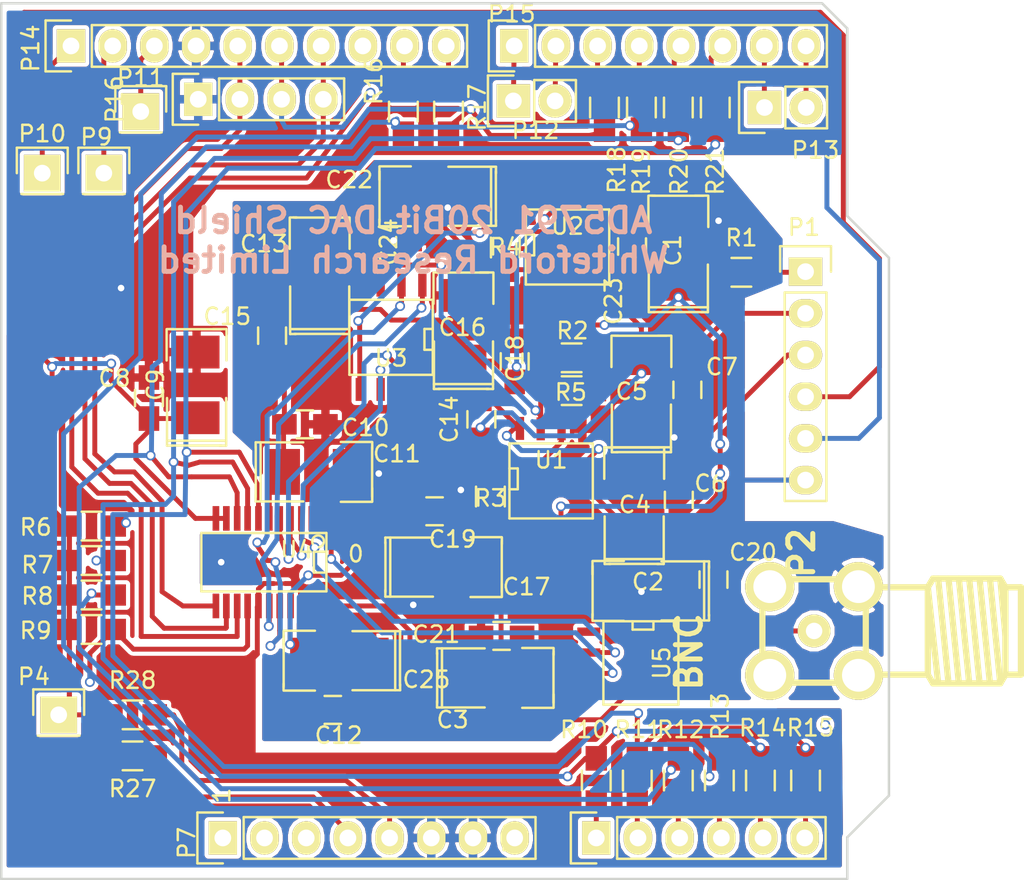
<source format=kicad_pcb>
(kicad_pcb (version 4) (host pcbnew "(2014-11-17 BZR 5289)-product")
  (title_block (date "lun. 30 mars 2015"))
  (layers (0 F.Cu signal) (31 B.Cu signal hide) (34 B.Paste user) (35 F.Paste user) (36 B.SilkS user) (37 F.SilkS user) (38 B.Mask user) (39 F.Mask user) (44 Edge.Cuts user))
  (net 0 "")
  (net 1 "Net-(C1-Pad1)")
  (net 2 AGND)
  (net 3 +10VREF)
  (net 4 -10VREF)
  (net 5 +14V)
  (net 6 -14V)
  (net 7 DGND)
  (net 8 3.3V)
  (net 9 5VREF)
  (net 10 "Net-(P2-Pad1)")
  (net 11 "Net-(P5-Pad1)")
  (net 12 "Net-(P8-Pad1)")
  (net 13 "Net-(P8-Pad2)")
  (net 14 "Net-(P8-Pad3)")
  (net 15 "Net-(P8-Pad4)")
  (net 16 "Net-(P8-Pad5)")
  (net 17 "Net-(P8-Pad6)")
  (net 18 "Net-(P14-Pad2)")
  (net 19 "Net-(P10-Pad1)")
  (net 20 "Net-(P11-Pad1)")
  (net 21 "Net-(P12-Pad1)")
  (net 22 "Net-(P12-Pad2)")
  (net 23 "Net-(P13-Pad1)")
  (net 24 "Net-(P13-Pad2)")
  (net 25 SCLK)
  (net 26 SDO)
  (net 27 SDIN)
  (net 28 "Net-(P14-Pad9)")
  (net 29 "Net-(P14-Pad10)")
  (net 30 "Net-(P15-Pad3)")
  (net 31 "Net-(P15-Pad4)")
  (net 32 "Net-(P15-Pad5)")
  (net 33 "Net-(P15-Pad6)")
  (net 34 "Net-(R3-Pad2)")
  (net 35 RESET)
  (net 36 CLR)
  (net 37 LDAC)
  (net 38 SYNC)
  (net 39 "Net-(U3-Pad7)")
  (net 40 "Net-(U3-Pad1)")
  (net 41 "Net-(U4-Pad1)")
  (net 42 "Net-(R2-Pad1)")
  (net 43 "Net-(R3-Pad1)")
  (net 44 "Net-(U3-Pad6)")
  (net 45 "Net-(U3-Pad2)")
  (net 46 "Net-(P7-Pad4)")
  (net 47 "Net-(P7-Pad5)")
  (module stm:0Ohm (layer F.Cu) (at 142.498 108.365)
    (fp_text reference R22 hide)
    (fp_text value 0 (at 4.6 -1.8) (layer F.SilkS))
    (pad 1 smd rect (at -0.4 0) (size 0.25 0.25) (layers F.Cu F.Paste F.Mask) (net 7 DGND) (clearance 0.01))
    (pad 2 smd rect (at 0.3 0) (size 0.25 0.25) (layers F.Cu F.Paste F.Mask) (net 2 AGND) (clearance 0.01))
    (pad 3 smd rect (at 0 0) (size 0.75 0.25) (layers F.Cu) (clearance 0.01))
  )
  (module stm:SMA (layer F.Cu) (at 175.018 111.255 270)
    (fp_text reference P2 (at -4.74 0.77 270) (layer F.SilkS) (effects (font (thickness 0.3048))))
    (fp_text value BNC (at 1.27 7.62 270) (layer F.SilkS) (effects (font (thickness 0.3048))))
    (pad 1 thru_hole circle (at 0 0 270) (size 1.99898 1.99898) (drill 1.00076) (layers *.Cu *.Mask F.SilkS) (net 10 "Net-(P2-Pad1)"))
    (pad 3 thru_hole circle (at 2.70002 -2.70002 270) (size 3 3) (drill 2) (layers *.Cu *.Mask F.SilkS))
    (pad 2 thru_hole circle (at -2.70002 -2.70002 270) (size 3 3) (drill 2) (layers *.Cu *.Mask F.SilkS) (net 2 AGND))
    (pad 5 thru_hole circle (at -2.70002 2.70002 270) (size 3 3) (drill 2) (layers *.Cu *.Mask F.SilkS))
    (pad 4 thru_hole circle (at 2.70002 2.70002 270) (size 3 3) (drill 2) (layers *.Cu *.Mask F.SilkS))
  )
  (module stm:SOIC-8 (layer F.Cu) (at 164.468 113.205 270)
    (fp_text reference U5 (at 0 -1.27 270) (layer F.SilkS))
    (fp_text value AD8675)
    (pad 8 smd rect (at -1.9 -3.2 270) (size 0.508 1.4) (layers F.Cu F.Paste F.Mask))
    (pad 7 smd rect (at -0.635 -3.175 270) (size 0.508 1.4) (layers F.Cu F.Paste F.Mask) (net 5 +14V))
    (pad 6 smd rect (at 0.635 -3.175 270) (size 0.508 1.4) (layers F.Cu F.Paste F.Mask) (net 10 "Net-(P2-Pad1)"))
    (pad 5 smd rect (at 1.905 -3.175 270) (size 0.508 1.4) (layers F.Cu F.Paste F.Mask))
    (pad 4 smd rect (at 1.905 3.175 270) (size 0.508 1.4) (layers F.Cu F.Paste F.Mask) (net 6 -14V))
    (pad 3 smd rect (at 0.635 3.175 270) (size 0.508 1.4) (layers F.Cu F.Paste F.Mask) (net 11 "Net-(P5-Pad1)"))
    (pad 2 smd rect (at -0.635 3.175 270) (size 0.508 1.4) (layers F.Cu F.Paste F.Mask) (net 41 "Net-(U4-Pad1)"))
    (pad 1 smd rect (at -1.905 3.175 270) (size 0.508 1.4) (layers F.Cu F.Paste F.Mask))
  )
  (module stm:SSOP-20 (layer F.Cu) (at 141.498 107.065 180)
    (fp_text reference U4 (at -2 0.75 180) (layer F.SilkS))
    (fp_text value AD5791)
    (pad 1 smd rect (at -2.921 2.667 180) (size 0.4064 1.5) (layers F.Cu F.Paste F.Mask) (net 41 "Net-(U4-Pad1)"))
    (pad 2 smd rect (at -2.286 2.667 180) (size 0.4064 1.5) (layers F.Cu F.Paste F.Mask) (net 11 "Net-(P5-Pad1)"))
    (pad 3 smd rect (at -1.6256 2.667 180) (size 0.4064 1.5) (layers F.Cu F.Paste F.Mask) (net 44 "Net-(U3-Pad6)"))
    (pad 4 smd rect (at -0.9652 2.667 180) (size 0.4064 1.5) (layers F.Cu F.Paste F.Mask) (net 39 "Net-(U3-Pad7)"))
    (pad 5 smd rect (at -0.3302 2.667 180) (size 0.4064 1.5) (layers F.Cu F.Paste F.Mask) (net 5 +14V))
    (pad 6 smd rect (at 0.3302 2.667 180) (size 0.4064 1.5) (layers F.Cu F.Paste F.Mask) (net 35 RESET))
    (pad 7 smd rect (at 0.9906 2.667 180) (size 0.4064 1.5) (layers F.Cu F.Paste F.Mask) (net 36 CLR))
    (pad 8 smd rect (at 1.6256 2.667 180) (size 0.4064 1.5) (layers F.Cu F.Paste F.Mask) (net 37 LDAC))
    (pad 9 smd rect (at 2.286 2.667 180) (size 0.4064 1.5) (layers F.Cu F.Paste F.Mask) (net 8 3.3V))
    (pad 10 smd rect (at 2.921 2.667 180) (size 0.4064 1.5) (layers F.Cu F.Paste F.Mask) (net 8 3.3V))
    (pad 11 smd rect (at 2.921 -2.667 180) (size 0.4064 1.5) (layers F.Cu F.Paste F.Mask) (net 26 SDO))
    (pad 12 smd rect (at 2.286 -2.667 180) (size 0.4064 1.5) (layers F.Cu F.Paste F.Mask) (net 27 SDIN))
    (pad 13 smd rect (at 1.6256 -2.667 180) (size 0.4064 1.5) (layers F.Cu F.Paste F.Mask) (net 25 SCLK))
    (pad 14 smd rect (at 0.9906 -2.667 180) (size 0.4064 1.5) (layers F.Cu F.Paste F.Mask) (net 38 SYNC))
    (pad 15 smd rect (at 0.3302 -2.667 180) (size 0.4064 1.5) (layers F.Cu F.Paste F.Mask) (net 7 DGND))
    (pad 16 smd rect (at -0.3302 -2.667 180) (size 0.4064 1.5) (layers F.Cu F.Paste F.Mask) (net 40 "Net-(U3-Pad1)"))
    (pad 17 smd rect (at -0.9652 -2.667 180) (size 0.4064 1.5) (layers F.Cu F.Paste F.Mask) (net 45 "Net-(U3-Pad2)"))
    (pad 18 smd rect (at -1.6256 -2.667 180) (size 0.4064 1.5) (layers F.Cu F.Paste F.Mask) (net 6 -14V))
    (pad 19 smd rect (at -2.286 -2.667 180) (size 0.4064 1.5) (layers F.Cu F.Paste F.Mask) (net 2 AGND))
    (pad 20 smd rect (at -2.921 -2.667 180) (size 0.4064 1.5) (layers F.Cu F.Paste F.Mask) (net 10 "Net-(P2-Pad1)"))
  )
  (module stm:SOIC-8 (layer F.Cu) (at 149.248 93.365 180)
    (fp_text reference U3 (at 0 -1.27 180) (layer F.SilkS))
    (fp_text value AD8676)
    (pad 8 smd rect (at -1.9 -3.2 180) (size 0.508 1.4) (layers F.Cu F.Paste F.Mask) (net 5 +14V))
    (pad 7 smd rect (at -0.635 -3.175 180) (size 0.508 1.4) (layers F.Cu F.Paste F.Mask) (net 39 "Net-(U3-Pad7)"))
    (pad 6 smd rect (at 0.635 -3.175 180) (size 0.508 1.4) (layers F.Cu F.Paste F.Mask) (net 44 "Net-(U3-Pad6)"))
    (pad 5 smd rect (at 1.905 -3.175 180) (size 0.508 1.4) (layers F.Cu F.Paste F.Mask) (net 3 +10VREF))
    (pad 4 smd rect (at 1.905 3.175 180) (size 0.508 1.4) (layers F.Cu F.Paste F.Mask) (net 6 -14V))
    (pad 3 smd rect (at 0.635 3.175 180) (size 0.508 1.4) (layers F.Cu F.Paste F.Mask) (net 4 -10VREF))
    (pad 2 smd rect (at -0.635 3.175 180) (size 0.508 1.4) (layers F.Cu F.Paste F.Mask) (net 45 "Net-(U3-Pad2)"))
    (pad 1 smd rect (at -1.905 3.175 180) (size 0.508 1.4) (layers F.Cu F.Paste F.Mask) (net 40 "Net-(U3-Pad1)"))
  )
  (module stm:SOIC-8 (layer F.Cu) (at 159.998 87.865)
    (fp_text reference U2 (at 0 -1.27) (layer F.SilkS))
    (fp_text value AD8675)
    (pad 8 smd rect (at -1.9 -3.2) (size 0.508 1.4) (layers F.Cu F.Paste F.Mask))
    (pad 7 smd rect (at -0.635 -3.175) (size 0.508 1.4) (layers F.Cu F.Paste F.Mask) (net 5 +14V))
    (pad 6 smd rect (at 0.635 -3.175) (size 0.508 1.4) (layers F.Cu F.Paste F.Mask) (net 3 +10VREF))
    (pad 5 smd rect (at 1.905 -3.175) (size 0.508 1.4) (layers F.Cu F.Paste F.Mask))
    (pad 4 smd rect (at 1.905 3.175) (size 0.508 1.4) (layers F.Cu F.Paste F.Mask) (net 6 -14V))
    (pad 3 smd rect (at 0.635 3.175) (size 0.508 1.4) (layers F.Cu F.Paste F.Mask) (net 1 "Net-(C1-Pad1)"))
    (pad 2 smd rect (at -0.635 3.175) (size 0.508 1.4) (layers F.Cu F.Paste F.Mask) (net 42 "Net-(R2-Pad1)"))
    (pad 1 smd rect (at -1.905 3.175) (size 0.508 1.4) (layers F.Cu F.Paste F.Mask))
  )
  (module stm:SOIC-8 (layer F.Cu) (at 158.998 102.115)
    (fp_text reference U1 (at 0 -1.27) (layer F.SilkS))
    (fp_text value AD8676)
    (pad 8 smd rect (at -1.9 -3.2) (size 0.508 1.4) (layers F.Cu F.Paste F.Mask) (net 5 +14V))
    (pad 7 smd rect (at -0.635 -3.175) (size 0.508 1.4) (layers F.Cu F.Paste F.Mask) (net 4 -10VREF))
    (pad 6 smd rect (at 0.635 -3.175) (size 0.508 1.4) (layers F.Cu F.Paste F.Mask) (net 43 "Net-(R3-Pad1)"))
    (pad 5 smd rect (at 1.905 -3.175) (size 0.508 1.4) (layers F.Cu F.Paste F.Mask) (net 2 AGND))
    (pad 4 smd rect (at 1.905 3.175) (size 0.508 1.4) (layers F.Cu F.Paste F.Mask) (net 6 -14V))
    (pad 3 smd rect (at 0.635 3.175) (size 0.508 1.4) (layers F.Cu F.Paste F.Mask) (net 1 "Net-(C1-Pad1)"))
    (pad 2 smd rect (at -0.635 3.175) (size 0.508 1.4) (layers F.Cu F.Paste F.Mask) (net 34 "Net-(R3-Pad2)"))
    (pad 1 smd rect (at -1.905 3.175) (size 0.508 1.4) (layers F.Cu F.Paste F.Mask) (net 34 "Net-(R3-Pad2)"))
  )
  (module Capacitors_SMD:C_0805_HandSoldering (layer F.Cu) (at 166.778 103.275 90)
    (fp_text reference C6 (at 1.01 1.92 180) (layer F.SilkS))
    (fp_text value 0.1uF)
    (pad 1 smd rect (at -1.25 0 90) (size 1.5 1.25) (layers F.Cu F.Paste F.Mask) (net 5 +14V))
    (pad 2 smd rect (at 1.25 0 90) (size 1.5 1.25) (layers F.Cu F.Paste F.Mask) (net 2 AGND))
  )
  (module Resistors_SMD:R_0805_HandSoldering (layer F.Cu) (at 168.998 79.365 270)
    (fp_text reference R21 (at 3.9 0 270) (layer F.SilkS))
    (fp_text value R)
    (pad 1 smd rect (at -1.35 0 270) (size 1.5 1.3) (layers F.Cu F.Paste F.Mask) (net 33 "Net-(P15-Pad6)"))
    (pad 2 smd rect (at 1.35 0 270) (size 1.5 1.3) (layers F.Cu F.Paste F.Mask) (net 35 RESET))
  )
  (module Resistors_SMD:R_0805_HandSoldering (layer F.Cu) (at 166.748 79.365 270)
    (fp_text reference R20 (at 3.9 -0.05 270) (layer F.SilkS))
    (fp_text value R)
    (pad 1 smd rect (at -1.35 0 270) (size 1.5 1.3) (layers F.Cu F.Paste F.Mask) (net 32 "Net-(P15-Pad5)"))
    (pad 2 smd rect (at 1.35 0 270) (size 1.5 1.3) (layers F.Cu F.Paste F.Mask) (net 36 CLR))
  )
  (module Resistors_SMD:R_0805_HandSoldering (layer F.Cu) (at 164.498 79.365 270)
    (fp_text reference R19 (at 3.9 0 270) (layer F.SilkS))
    (fp_text value R)
    (pad 1 smd rect (at -1.35 0 270) (size 1.5 1.3) (layers F.Cu F.Paste F.Mask) (net 31 "Net-(P15-Pad4)"))
    (pad 2 smd rect (at 1.35 0 270) (size 1.5 1.3) (layers F.Cu F.Paste F.Mask) (net 37 LDAC))
  )
  (module Resistors_SMD:R_0805_HandSoldering (layer F.Cu) (at 162.248 79.365 270)
    (fp_text reference R18 (at 3.8 -0.75 270) (layer F.SilkS))
    (fp_text value R)
    (pad 1 smd rect (at -1.35 0 270) (size 1.5 1.3) (layers F.Cu F.Paste F.Mask) (net 30 "Net-(P15-Pad3)"))
    (pad 2 smd rect (at 1.35 0 270) (size 1.5 1.3) (layers F.Cu F.Paste F.Mask) (net 38 SYNC))
  )
  (module Resistors_SMD:R_0805_HandSoldering (layer F.Cu) (at 152.748 79.615 270)
    (fp_text reference R17 (at -0.25 -1.75 270) (layer F.SilkS))
    (fp_text value R)
    (pad 1 smd rect (at -1.35 0 270) (size 1.5 1.3) (layers F.Cu F.Paste F.Mask) (net 29 "Net-(P14-Pad10)"))
    (pad 2 smd rect (at 1.35 0 270) (size 1.5 1.3) (layers F.Cu F.Paste F.Mask) (net 38 SYNC))
  )
  (module Resistors_SMD:R_0805_HandSoldering (layer F.Cu) (at 149.998 79.615 270)
    (fp_text reference R16 (at -1.85 1.8 270) (layer F.SilkS))
    (fp_text value R)
    (pad 1 smd rect (at -1.35 0 270) (size 1.5 1.3) (layers F.Cu F.Paste F.Mask) (net 28 "Net-(P14-Pad9)"))
    (pad 2 smd rect (at 1.35 0 270) (size 1.5 1.3) (layers F.Cu F.Paste F.Mask) (net 37 LDAC))
  )
  (module Resistors_SMD:R_0805_HandSoldering (layer F.Cu) (at 174.498 120.365 270)
    (fp_text reference R15 (at -3.2 -0.3 360) (layer F.SilkS))
    (fp_text value R)
    (pad 1 smd rect (at -1.35 0 270) (size 1.5 1.3) (layers F.Cu F.Paste F.Mask) (net 35 RESET))
    (pad 2 smd rect (at 1.35 0 270) (size 1.5 1.3) (layers F.Cu F.Paste F.Mask) (net 17 "Net-(P8-Pad6)"))
  )
  (module Resistors_SMD:R_0805_HandSoldering (layer F.Cu) (at 171.748 120.365 270)
    (fp_text reference R14 (at -3.2 -0.15 360) (layer F.SilkS))
    (fp_text value R)
    (pad 1 smd rect (at -1.35 0 270) (size 1.5 1.3) (layers F.Cu F.Paste F.Mask) (net 36 CLR))
    (pad 2 smd rect (at 1.35 0 270) (size 1.5 1.3) (layers F.Cu F.Paste F.Mask) (net 16 "Net-(P8-Pad5)"))
  )
  (module Resistors_SMD:R_0805_HandSoldering (layer F.Cu) (at 169.248 120.365 270)
    (fp_text reference R13 (at -3.9 -0.05 270) (layer F.SilkS))
    (fp_text value R)
    (pad 1 smd rect (at -1.35 0 270) (size 1.5 1.3) (layers F.Cu F.Paste F.Mask) (net 37 LDAC))
    (pad 2 smd rect (at 1.35 0 270) (size 1.5 1.3) (layers F.Cu F.Paste F.Mask) (net 15 "Net-(P8-Pad4)"))
  )
  (module Resistors_SMD:R_0805_HandSoldering (layer F.Cu) (at 166.748 120.365 270)
    (fp_text reference R12 (at -3.1 -0.15 360) (layer F.SilkS))
    (fp_text value R)
    (pad 1 smd rect (at -1.35 0 270) (size 1.5 1.3) (layers F.Cu F.Paste F.Mask) (net 38 SYNC))
    (pad 2 smd rect (at 1.35 0 270) (size 1.5 1.3) (layers F.Cu F.Paste F.Mask) (net 14 "Net-(P8-Pad3)"))
  )
  (module Resistors_SMD:R_0805_HandSoldering (layer F.Cu) (at 164.248 120.365 270)
    (fp_text reference R11 (at -3.1 -0.05 360) (layer F.SilkS))
    (fp_text value R)
    (pad 1 smd rect (at -1.35 0 270) (size 1.5 1.3) (layers F.Cu F.Paste F.Mask) (net 35 RESET))
    (pad 2 smd rect (at 1.35 0 270) (size 1.5 1.3) (layers F.Cu F.Paste F.Mask) (net 13 "Net-(P8-Pad2)"))
  )
  (module Resistors_SMD:R_0805_HandSoldering (layer F.Cu) (at 161.748 120.365 270)
    (fp_text reference R10 (at -3.1 0.75 360) (layer F.SilkS))
    (fp_text value R)
    (pad 1 smd rect (at -1.35 0 270) (size 1.5 1.3) (layers F.Cu F.Paste F.Mask) (net 36 CLR))
    (pad 2 smd rect (at 1.35 0 270) (size 1.5 1.3) (layers F.Cu F.Paste F.Mask) (net 12 "Net-(P8-Pad1)"))
  )
  (module Resistors_SMD:R_0805_HandSoldering (layer F.Cu) (at 130.998 111.165)
    (fp_text reference R9 (at -3.4 0.07) (layer F.SilkS))
    (fp_text value 10K)
    (pad 1 smd rect (at -1.35 0) (size 1.5 1.3) (layers F.Cu F.Paste F.Mask) (net 8 3.3V))
    (pad 2 smd rect (at 1.35 0) (size 1.5 1.3) (layers F.Cu F.Paste F.Mask) (net 38 SYNC))
  )
  (module Resistors_SMD:R_0805_HandSoldering (layer F.Cu) (at 130.998 109.065)
    (fp_text reference R8 (at -3.3 0.07) (layer F.SilkS))
    (fp_text value 10K)
    (pad 1 smd rect (at -1.35 0) (size 1.5 1.3) (layers F.Cu F.Paste F.Mask) (net 8 3.3V))
    (pad 2 smd rect (at 1.35 0) (size 1.5 1.3) (layers F.Cu F.Paste F.Mask) (net 37 LDAC))
  )
  (module Resistors_SMD:R_0805_HandSoldering (layer F.Cu) (at 130.998 106.965)
    (fp_text reference R7 (at -3.3 0.27) (layer F.SilkS))
    (fp_text value 10K)
    (pad 1 smd rect (at -1.35 0) (size 1.5 1.3) (layers F.Cu F.Paste F.Mask) (net 8 3.3V))
    (pad 2 smd rect (at 1.35 0) (size 1.5 1.3) (layers F.Cu F.Paste F.Mask) (net 36 CLR))
  )
  (module Resistors_SMD:R_0805_HandSoldering (layer F.Cu) (at 130.998 104.865)
    (fp_text reference R6 (at -3.4 0.07) (layer F.SilkS))
    (fp_text value 10K)
    (pad 1 smd rect (at -1.35 0) (size 1.5 1.3) (layers F.Cu F.Paste F.Mask) (net 8 3.3V))
    (pad 2 smd rect (at 1.35 0) (size 1.5 1.3) (layers F.Cu F.Paste F.Mask) (net 35 RESET))
  )
  (module Resistors_SMD:R_0805_HandSoldering (layer F.Cu) (at 160.248 96.615)
    (fp_text reference R5 (at -0.05 0.1) (layer F.SilkS))
    (fp_text value 2K)
    (pad 1 smd rect (at -1.35 0) (size 1.5 1.3) (layers F.Cu F.Paste F.Mask) (net 4 -10VREF))
    (pad 2 smd rect (at 1.35 0) (size 1.5 1.3) (layers F.Cu F.Paste F.Mask) (net 43 "Net-(R3-Pad1)"))
  )
  (module Resistors_SMD:R_0805_HandSoldering (layer F.Cu) (at 156.208 87.895 270)
    (fp_text reference R4 (at -0.03 0.01 360) (layer F.SilkS))
    (fp_text value 1K)
    (pad 1 smd rect (at -1.35 0 270) (size 1.5 1.3) (layers F.Cu F.Paste F.Mask) (net 3 +10VREF))
    (pad 2 smd rect (at 1.35 0 270) (size 1.5 1.3) (layers F.Cu F.Paste F.Mask) (net 42 "Net-(R2-Pad1)"))
  )
  (module Resistors_SMD:R_0805_HandSoldering (layer F.Cu) (at 155.298 103.065 270)
    (fp_text reference R3 (at 0.1 0 360) (layer F.SilkS))
    (fp_text value 1K)
    (pad 1 smd rect (at -1.35 0 270) (size 1.5 1.3) (layers F.Cu F.Paste F.Mask) (net 43 "Net-(R3-Pad1)"))
    (pad 2 smd rect (at 1.35 0 270) (size 1.5 1.3) (layers F.Cu F.Paste F.Mask) (net 34 "Net-(R3-Pad2)"))
  )
  (module Resistors_SMD:R_0805_HandSoldering (layer F.Cu) (at 160.248 94.615 180)
    (fp_text reference R2 (at -0.05 1.65 180) (layer F.SilkS))
    (fp_text value 1K)
    (pad 1 smd rect (at -1.35 0 180) (size 1.5 1.3) (layers F.Cu F.Paste F.Mask) (net 42 "Net-(R2-Pad1)"))
    (pad 2 smd rect (at 1.35 0 180) (size 1.5 1.3) (layers F.Cu F.Paste F.Mask) (net 2 AGND))
  )
  (module Resistors_SMD:R_0805_HandSoldering (layer F.Cu) (at 170.588 89.405)
    (fp_text reference R1 (at 0 -2.1) (layer F.SilkS))
    (fp_text value 1.5k)
    (pad 1 smd rect (at -1.35 0) (size 1.5 1.3) (layers F.Cu F.Paste F.Mask) (net 1 "Net-(C1-Pad1)"))
    (pad 2 smd rect (at 1.35 0) (size 1.5 1.3) (layers F.Cu F.Paste F.Mask) (net 9 5VREF))
  )
  (module Capacitors_SMD:C_0805_HandSoldering (layer F.Cu) (at 149.128 87.505)
    (fp_text reference C24 (at -0.03 0.06 90) (layer F.SilkS))
    (fp_text value 0.1uF)
    (pad 1 smd rect (at -1.25 0) (size 1.5 1.25) (layers F.Cu F.Paste F.Mask) (net 6 -14V))
    (pad 2 smd rect (at 1.25 0) (size 1.5 1.25) (layers F.Cu F.Paste F.Mask) (net 2 AGND))
  )
  (module Capacitors_SMD:C_0805_HandSoldering (layer F.Cu) (at 163.928 87.835 270)
    (fp_text reference C23 (at 3.33 1.13 270) (layer F.SilkS))
    (fp_text value 0.1uF)
    (pad 1 smd rect (at -1.25 0 270) (size 1.5 1.25) (layers F.Cu F.Paste F.Mask) (net 5 +14V))
    (pad 2 smd rect (at 1.25 0 270) (size 1.5 1.25) (layers F.Cu F.Paste F.Mask) (net 2 AGND))
  )
  (module Capacitors_SMD:C_0805_HandSoldering (layer F.Cu) (at 155.978 111.555 180)
    (fp_text reference C21 (at 3.98 0.09 180) (layer F.SilkS))
    (fp_text value 0.1uF)
    (pad 1 smd rect (at -1.25 0 180) (size 1.5 1.25) (layers F.Cu F.Paste F.Mask) (net 6 -14V))
    (pad 2 smd rect (at 1.25 0 180) (size 1.5 1.25) (layers F.Cu F.Paste F.Mask) (net 2 AGND))
  )
  (module Capacitors_SMD:C_0805_HandSoldering (layer F.Cu) (at 168.888 108.125 90)
    (fp_text reference C20 (at 1.66 2.41 180) (layer F.SilkS))
    (fp_text value 0.1uF)
    (pad 1 smd rect (at -1.25 0 90) (size 1.5 1.25) (layers F.Cu F.Paste F.Mask) (net 5 +14V))
    (pad 2 smd rect (at 1.25 0 90) (size 1.5 1.25) (layers F.Cu F.Paste F.Mask) (net 2 AGND))
  )
  (module Capacitors_SMD:C_0805_HandSoldering (layer F.Cu) (at 151.898 103.965)
    (fp_text reference C19 (at 1.1 1.7 180) (layer F.SilkS))
    (fp_text value 0.1uF)
    (pad 1 smd rect (at -1.25 0) (size 1.5 1.25) (layers F.Cu F.Paste F.Mask) (net 6 -14V))
    (pad 2 smd rect (at 1.25 0) (size 1.5 1.25) (layers F.Cu F.Paste F.Mask) (net 2 AGND))
  )
  (module Capacitors_SMD:C_0805_HandSoldering (layer F.Cu) (at 156.778 94.835 90)
    (fp_text reference C18 (at 0.17 0.02 90) (layer F.SilkS))
    (fp_text value 0.1uF)
    (pad 1 smd rect (at -1.25 0 90) (size 1.5 1.25) (layers F.Cu F.Paste F.Mask) (net 5 +14V))
    (pad 2 smd rect (at 1.25 0 90) (size 1.5 1.25) (layers F.Cu F.Paste F.Mask) (net 2 AGND))
  )
  (module Capacitors_SMD:C_0805_HandSoldering (layer F.Cu) (at 141.998 93.265 90)
    (fp_text reference C15 (at 1.17 -2.73 180) (layer F.SilkS))
    (fp_text value 0.1uF)
    (pad 1 smd rect (at -1.25 0 90) (size 1.5 1.25) (layers F.Cu F.Paste F.Mask) (net 5 +14V))
    (pad 2 smd rect (at 1.25 0 90) (size 1.5 1.25) (layers F.Cu F.Paste F.Mask) (net 6 -14V))
  )
  (module Capacitors_SMD:C_0805_HandSoldering (layer F.Cu) (at 154.748 98.365 270)
    (fp_text reference C14 (at 0 1.95 270) (layer F.SilkS))
    (fp_text value 0.1uF)
    (pad 1 smd rect (at -1.25 0 270) (size 1.5 1.25) (layers F.Cu F.Paste F.Mask) (net 5 +14V))
    (pad 2 smd rect (at 1.25 0 270) (size 1.5 1.25) (layers F.Cu F.Paste F.Mask) (net 6 -14V))
  )
  (module Capacitors_SMD:C_0805_HandSoldering (layer F.Cu) (at 145.698 116.065 180)
    (fp_text reference C12 (at -0.35 -1.55 360) (layer F.SilkS))
    (fp_text value 0.1uF)
    (pad 1 smd rect (at -1.25 0 180) (size 1.5 1.25) (layers F.Cu F.Paste F.Mask) (net 2 AGND))
    (pad 2 smd rect (at 1.25 0 180) (size 1.5 1.25) (layers F.Cu F.Paste F.Mask) (net 6 -14V))
  )
  (module Capacitors_SMD:C_0805_HandSoldering (layer F.Cu) (at 143.998 98.665 180)
    (fp_text reference C10 (at -3.7 -0.2 360) (layer F.SilkS))
    (fp_text value 0.1uF)
    (pad 1 smd rect (at -1.25 0 180) (size 1.5 1.25) (layers F.Cu F.Paste F.Mask) (net 2 AGND))
    (pad 2 smd rect (at 1.25 0 180) (size 1.5 1.25) (layers F.Cu F.Paste F.Mask) (net 5 +14V))
  )
  (module Capacitors_SMD:C_0805_HandSoldering (layer F.Cu) (at 134.498 97.065 270)
    (fp_text reference C8 (at -1.2 2.1 360) (layer F.SilkS))
    (fp_text value 0.1uF)
    (pad 1 smd rect (at -1.25 0 270) (size 1.5 1.25) (layers F.Cu F.Paste F.Mask) (net 7 DGND))
    (pad 2 smd rect (at 1.25 0 270) (size 1.5 1.25) (layers F.Cu F.Paste F.Mask) (net 8 3.3V))
  )
  (module Capacitors_SMD:C_0805_HandSoldering (layer F.Cu) (at 167.298 96.565 270)
    (fp_text reference C7 (at -1.4 -2.1 360) (layer F.SilkS))
    (fp_text value 0.1uF)
    (pad 1 smd rect (at -1.25 0 270) (size 1.5 1.25) (layers F.Cu F.Paste F.Mask) (net 6 -14V))
    (pad 2 smd rect (at 1.25 0 270) (size 1.5 1.25) (layers F.Cu F.Paste F.Mask) (net 2 AGND))
  )
  (module Pin_Headers:Pin_Header_Straight_1x06 (layer F.Cu) (at 174.498 89.365)
    (fp_text reference P1 (at -0.1 -2.7) (layer F.SilkS))
    (fp_text value REFVHEAD)
    (pad 1 thru_hole rect (at 0 0) (size 2.032 1.7272) (drill 1.016) (layers *.Cu *.Mask F.SilkS) (net 9 5VREF))
    (pad 2 thru_hole oval (at 0 2.54) (size 2.032 1.7272) (drill 1.016) (layers *.Cu *.Mask F.SilkS) (net 6 -14V))
    (pad 3 thru_hole oval (at 0 5.08) (size 2.032 1.7272) (drill 1.016) (layers *.Cu *.Mask F.SilkS) (net 5 +14V))
    (pad 4 thru_hole oval (at 0 7.62) (size 2.032 1.7272) (drill 1.016) (layers *.Cu *.Mask F.SilkS) (net 8 3.3V))
    (pad 5 thru_hole oval (at 0 10.16) (size 2.032 1.7272) (drill 1.016) (layers *.Cu *.Mask F.SilkS) (net 7 DGND))
    (pad 6 thru_hole oval (at 0 12.7) (size 2.032 1.7272) (drill 1.016) (layers *.Cu *.Mask F.SilkS) (net 2 AGND))
  )
  (module Pin_Headers:Pin_Header_Straight_1x04 (layer F.Cu) (at 137.498 78.865 90)
    (fp_text reference P16 (at 0 -5.1 90) (layer F.SilkS))
    (fp_text value CONN_01X04 hide)
    (pad 1 thru_hole rect (at 0 0 90) (size 2.032 1.7272) (drill 1.016) (layers *.Cu *.Mask F.SilkS) (net 7 DGND))
    (pad 2 thru_hole oval (at 0 2.54 90) (size 2.032 1.7272) (drill 1.016) (layers *.Cu *.Mask F.SilkS) (net 25 SCLK))
    (pad 3 thru_hole oval (at 0 5.08 90) (size 2.032 1.7272) (drill 1.016) (layers *.Cu *.Mask F.SilkS) (net 26 SDO))
    (pad 4 thru_hole oval (at 0 7.62 90) (size 2.032 1.7272) (drill 1.016) (layers *.Cu *.Mask F.SilkS) (net 27 SDIN))
  )
  (module Pin_Headers:Pin_Header_Straight_1x08 (layer F.Cu) (at 156.748 75.615 90)
    (fp_text reference P15 (at 1.95 -0.15 180) (layer F.SilkS))
    (fp_text value ARD_DIGITAL)
    (pad 1 thru_hole rect (at 0 0 90) (size 2.032 1.7272) (drill 1.016) (layers *.Cu *.Mask F.SilkS) (net 21 "Net-(P12-Pad1)"))
    (pad 2 thru_hole oval (at 0 2.54 90) (size 2.032 1.7272) (drill 1.016) (layers *.Cu *.Mask F.SilkS) (net 22 "Net-(P12-Pad2)"))
    (pad 3 thru_hole oval (at 0 5.08 90) (size 2.032 1.7272) (drill 1.016) (layers *.Cu *.Mask F.SilkS) (net 30 "Net-(P15-Pad3)"))
    (pad 4 thru_hole oval (at 0 7.62 90) (size 2.032 1.7272) (drill 1.016) (layers *.Cu *.Mask F.SilkS) (net 31 "Net-(P15-Pad4)"))
    (pad 5 thru_hole oval (at 0 10.16 90) (size 2.032 1.7272) (drill 1.016) (layers *.Cu *.Mask F.SilkS) (net 32 "Net-(P15-Pad5)"))
    (pad 6 thru_hole oval (at 0 12.7 90) (size 2.032 1.7272) (drill 1.016) (layers *.Cu *.Mask F.SilkS) (net 33 "Net-(P15-Pad6)"))
    (pad 7 thru_hole oval (at 0 15.24 90) (size 2.032 1.7272) (drill 1.016) (layers *.Cu *.Mask F.SilkS) (net 23 "Net-(P13-Pad1)"))
    (pad 8 thru_hole oval (at 0 17.78 90) (size 2.032 1.7272) (drill 1.016) (layers *.Cu *.Mask F.SilkS) (net 24 "Net-(P13-Pad2)"))
  )
  (module Pin_Headers:Pin_Header_Straight_1x10 (layer F.Cu) (at 129.748 75.615 90)
    (fp_text reference P14 (at -0.15 -2.45 90) (layer F.SilkS))
    (fp_text value ARD_DIGITAL2)
    (pad 1 thru_hole rect (at 0 0 90) (size 2.032 1.7272) (drill 1.016) (layers *.Cu *.Mask F.SilkS) (net 19 "Net-(P10-Pad1)"))
    (pad 2 thru_hole oval (at 0 2.54 90) (size 2.032 1.7272) (drill 1.016) (layers *.Cu *.Mask F.SilkS) (net 18 "Net-(P14-Pad2)"))
    (pad 3 thru_hole oval (at 0 5.08 90) (size 2.032 1.7272) (drill 1.016) (layers *.Cu *.Mask F.SilkS) (net 20 "Net-(P11-Pad1)"))
    (pad 4 thru_hole oval (at 0 7.62 90) (size 2.032 1.7272) (drill 1.016) (layers *.Cu *.Mask F.SilkS) (net 7 DGND))
    (pad 5 thru_hole oval (at 0 10.16 90) (size 2.032 1.7272) (drill 1.016) (layers *.Cu *.Mask F.SilkS) (net 25 SCLK))
    (pad 6 thru_hole oval (at 0 12.7 90) (size 2.032 1.7272) (drill 1.016) (layers *.Cu *.Mask F.SilkS) (net 26 SDO))
    (pad 7 thru_hole oval (at 0 15.24 90) (size 2.032 1.7272) (drill 1.016) (layers *.Cu *.Mask F.SilkS) (net 27 SDIN))
    (pad 8 thru_hole oval (at 0 17.78 90) (size 2.032 1.7272) (drill 1.016) (layers *.Cu *.Mask F.SilkS))
    (pad 9 thru_hole oval (at 0 20.32 90) (size 2.032 1.7272) (drill 1.016) (layers *.Cu *.Mask F.SilkS) (net 28 "Net-(P14-Pad9)"))
    (pad 10 thru_hole oval (at 0 22.86 90) (size 2.032 1.7272) (drill 1.016) (layers *.Cu *.Mask F.SilkS) (net 29 "Net-(P14-Pad10)"))
  )
  (module Pin_Headers:Pin_Header_Straight_1x02 (layer F.Cu) (at 171.998 79.365 90)
    (fp_text reference P13 (at -2.6 3.1 360) (layer F.SilkS))
    (fp_text value CONN_01X02 hide)
    (pad 1 thru_hole rect (at 0 0 90) (size 2.032 2.032) (drill 1.016) (layers *.Cu *.Mask F.SilkS) (net 23 "Net-(P13-Pad1)"))
    (pad 2 thru_hole oval (at 0 2.54 90) (size 2.032 2.032) (drill 1.016) (layers *.Cu *.Mask F.SilkS) (net 24 "Net-(P13-Pad2)"))
  )
  (module Pin_Headers:Pin_Header_Straight_1x02 (layer F.Cu) (at 156.698 78.965 90)
    (fp_text reference P12 (at -1.8 1.35 180) (layer F.SilkS))
    (fp_text value CONN_01X02 hide)
    (pad 1 thru_hole rect (at 0 0 90) (size 2.032 2.032) (drill 1.016) (layers *.Cu *.Mask F.SilkS) (net 21 "Net-(P12-Pad1)"))
    (pad 2 thru_hole oval (at 0 2.54 90) (size 2.032 2.032) (drill 1.016) (layers *.Cu *.Mask F.SilkS) (net 22 "Net-(P12-Pad2)"))
  )
  (module Pin_Headers:Pin_Header_Straight_1x01 (layer F.Cu) (at 133.998 79.615)
    (fp_text reference P11 (at 0 -2.05) (layer F.SilkS))
    (fp_text value CONN_01X01 hide)
    (pad 1 thru_hole rect (at 0 0) (size 2.2352 2.2352) (drill 1.016) (layers *.Cu *.Mask F.SilkS) (net 20 "Net-(P11-Pad1)"))
  )
  (module Pin_Headers:Pin_Header_Straight_1x01 (layer F.Cu) (at 127.998 83.365)
    (fp_text reference P10 (at 0 -2.4) (layer F.SilkS))
    (fp_text value CONN_01X01 hide)
    (pad 1 thru_hole rect (at 0 0) (size 2.2352 2.2352) (drill 1.016) (layers *.Cu *.Mask F.SilkS) (net 19 "Net-(P10-Pad1)"))
  )
  (module Pin_Headers:Pin_Header_Straight_1x01 (layer F.Cu) (at 131.748 83.365)
    (fp_text reference P9 (at -0.45 -2.2) (layer F.SilkS))
    (fp_text value CONN_01X01 hide)
    (pad 1 thru_hole rect (at 0 0) (size 2.2352 2.2352) (drill 1.016) (layers *.Cu *.Mask F.SilkS) (net 18 "Net-(P14-Pad2)"))
  )
  (module Pin_Headers:Pin_Header_Straight_1x06 (layer F.Cu) (at 161.748 123.865 90)
    (fp_text reference P8 (at 0 -5.1 90) (layer F.SilkS))
    (fp_text value ARD_ANALOG)
    (pad 1 thru_hole rect (at 0 0 90) (size 2.032 1.7272) (drill 1.016) (layers *.Cu *.Mask F.SilkS) (net 12 "Net-(P8-Pad1)"))
    (pad 2 thru_hole oval (at 0 2.54 90) (size 2.032 1.7272) (drill 1.016) (layers *.Cu *.Mask F.SilkS) (net 13 "Net-(P8-Pad2)"))
    (pad 3 thru_hole oval (at 0 5.08 90) (size 2.032 1.7272) (drill 1.016) (layers *.Cu *.Mask F.SilkS) (net 14 "Net-(P8-Pad3)"))
    (pad 4 thru_hole oval (at 0 7.62 90) (size 2.032 1.7272) (drill 1.016) (layers *.Cu *.Mask F.SilkS) (net 15 "Net-(P8-Pad4)"))
    (pad 5 thru_hole oval (at 0 10.16 90) (size 2.032 1.7272) (drill 1.016) (layers *.Cu *.Mask F.SilkS) (net 16 "Net-(P8-Pad5)"))
    (pad 6 thru_hole oval (at 0 12.7 90) (size 2.032 1.7272) (drill 1.016) (layers *.Cu *.Mask F.SilkS) (net 17 "Net-(P8-Pad6)"))
  )
  (module Pin_Headers:Pin_Header_Straight_1x08 (layer F.Cu) (at 138.998 123.865 90)
    (fp_text reference P7 (at -0.3 -2.2 90) (layer F.SilkS))
    (fp_text value ARD_PWR)
    (pad 1 thru_hole rect (at 0 0 90) (size 2.032 1.7272) (drill 1.016) (layers *.Cu *.Mask F.SilkS))
    (pad 2 thru_hole oval (at 0 2.54 90) (size 2.032 1.7272) (drill 1.016) (layers *.Cu *.Mask F.SilkS))
    (pad 3 thru_hole oval (at 0 5.08 90) (size 2.032 1.7272) (drill 1.016) (layers *.Cu *.Mask F.SilkS))
    (pad 4 thru_hole oval (at 0 7.62 90) (size 2.032 1.7272) (drill 1.016) (layers *.Cu *.Mask F.SilkS) (net 46 "Net-(P7-Pad4)"))
    (pad 5 thru_hole oval (at 0 10.16 90) (size 2.032 1.7272) (drill 1.016) (layers *.Cu *.Mask F.SilkS) (net 47 "Net-(P7-Pad5)"))
    (pad 6 thru_hole oval (at 0 12.7 90) (size 2.032 1.7272) (drill 1.016) (layers *.Cu *.Mask F.SilkS) (net 7 DGND))
    (pad 7 thru_hole oval (at 0 15.24 90) (size 2.032 1.7272) (drill 1.016) (layers *.Cu *.Mask F.SilkS) (net 7 DGND))
    (pad 8 thru_hole oval (at 0 17.78 90) (size 2.032 1.7272) (drill 1.016) (layers *.Cu *.Mask F.SilkS))
  )
  (module Pin_Headers:Pin_Header_Straight_1x01 (layer F.Cu) (at 128.998 116.365)
    (fp_text reference P4 (at -1.51 -2.33) (layer F.SilkS))
    (fp_text value CONN_01X01 hide)
    (pad 1 thru_hole rect (at 0 0) (size 2.2352 2.2352) (drill 1.016) (layers *.Cu *.Mask F.SilkS) (net 8 3.3V))
  )
  (module stm:SMD-1210_Pol (layer F.Cu) (at 164.918 108.815 180)
    (fp_text reference C2 (at 0.02 0.55 180) (layer F.SilkS))
    (fp_text value 10uF)
    (pad 1 smd rect (at -2 0 180) (size 2 2.794) (layers F.Cu F.Paste F.Mask) (net 5 +14V))
    (pad 2 smd rect (at 2 0 180) (size 2 2.794) (layers F.Cu F.Paste F.Mask) (net 2 AGND))
  )
  (module stm:SMD-1210_Pol (layer F.Cu) (at 155.748 114.115)
    (fp_text reference C3 (at -2.75 2.55) (layer F.SilkS))
    (fp_text value 10uF)
    (pad 1 smd rect (at -2 0) (size 2 2.794) (layers F.Cu F.Paste F.Mask) (net 2 AGND))
    (pad 2 smd rect (at 2 0) (size 2 2.794) (layers F.Cu F.Paste F.Mask) (net 6 -14V))
  )
  (module stm:SMD-1210_Pol (layer F.Cu) (at 164.058 103.475 90)
    (fp_text reference C4 (at -0.09 0.04 180) (layer F.SilkS))
    (fp_text value 10uF)
    (pad 1 smd rect (at -2 0 90) (size 2 2.794) (layers F.Cu F.Paste F.Mask) (net 5 +14V))
    (pad 2 smd rect (at 2 0 90) (size 2 2.794) (layers F.Cu F.Paste F.Mask) (net 2 AGND))
  )
  (module stm:SMD-1210_Pol (layer F.Cu) (at 164.498 96.665 90)
    (fp_text reference C5 (at 0 -0.6 180) (layer F.SilkS))
    (fp_text value 10uF)
    (pad 1 smd rect (at -2 0 90) (size 2 2.794) (layers F.Cu F.Paste F.Mask) (net 2 AGND))
    (pad 2 smd rect (at 2 0 90) (size 2 2.794) (layers F.Cu F.Paste F.Mask) (net 6 -14V))
  )
  (module stm:SMD-1210_Pol (layer F.Cu) (at 137.398 96.265 90)
    (fp_text reference C9 (at 0 -2.5 90) (layer F.SilkS))
    (fp_text value 10uF)
    (pad 1 smd rect (at -2 0 90) (size 2 2.794) (layers F.Cu F.Paste F.Mask) (net 8 3.3V))
    (pad 2 smd rect (at 2 0 90) (size 2 2.794) (layers F.Cu F.Paste F.Mask) (net 7 DGND))
  )
  (module stm:SMD-1210_Pol (layer F.Cu) (at 144.698 101.565)
    (fp_text reference C11 (at 4.9 -1.1) (layer F.SilkS))
    (fp_text value 10uF)
    (pad 1 smd rect (at -2 0) (size 2 2.794) (layers F.Cu F.Paste F.Mask) (net 5 +14V))
    (pad 2 smd rect (at 2 0) (size 2 2.794) (layers F.Cu F.Paste F.Mask) (net 2 AGND))
  )
  (module stm:SMD-1210_Pol (layer F.Cu) (at 144.898 89.465 90)
    (fp_text reference C13 (at 1.8 -3.4 180) (layer F.SilkS))
    (fp_text value 10uF)
    (pad 1 smd rect (at -2 0 90) (size 2 2.794) (layers F.Cu F.Paste F.Mask) (net 5 +14V))
    (pad 2 smd rect (at 2 0 90) (size 2 2.794) (layers F.Cu F.Paste F.Mask) (net 2 AGND))
  )
  (module stm:SMD-1210_Pol (layer F.Cu) (at 153.658 92.815 90)
    (fp_text reference C16 (at 0.05 -0.06 180) (layer F.SilkS))
    (fp_text value 10uF)
    (pad 1 smd rect (at -2 0 90) (size 2 2.794) (layers F.Cu F.Paste F.Mask) (net 5 +14V))
    (pad 2 smd rect (at 2 0 90) (size 2 2.794) (layers F.Cu F.Paste F.Mask) (net 2 AGND))
  )
  (module stm:SMD-1210_Pol (layer F.Cu) (at 152.598 107.365)
    (fp_text reference C17 (at 4.9 1.2) (layer F.SilkS))
    (fp_text value 10uF)
    (pad 1 smd rect (at -2 0) (size 2 2.794) (layers F.Cu F.Paste F.Mask) (net 2 AGND))
    (pad 2 smd rect (at 2 0) (size 2 2.794) (layers F.Cu F.Paste F.Mask) (net 6 -14V))
  )
  (module stm:SMD-1210_Pol (layer F.Cu) (at 151.938 84.775 180)
    (fp_text reference C22 (at 5.24 1.01 360) (layer F.SilkS))
    (fp_text value 10uF)
    (pad 1 smd rect (at -2 0 180) (size 2 2.794) (layers F.Cu F.Paste F.Mask) (net 2 AGND))
    (pad 2 smd rect (at 2 0 180) (size 2 2.794) (layers F.Cu F.Paste F.Mask) (net 6 -14V))
  )
  (module stm:SMD-1210_Pol (layer F.Cu) (at 146.098 113.065 180)
    (fp_text reference C25 (at -5.3 -1.15 180) (layer F.SilkS))
    (fp_text value 10uF)
    (pad 1 smd rect (at -2 0 180) (size 2 2.794) (layers F.Cu F.Paste F.Mask) (net 2 AGND))
    (pad 2 smd rect (at 2 0 180) (size 2 2.794) (layers F.Cu F.Paste F.Mask) (net 6 -14V))
  )
  (module stm:SMD-1210_Pol (layer F.Cu) (at 166.748 88.135 90)
    (fp_text reference C1 (at 0.07 -0.35 90) (layer F.SilkS))
    (fp_text value 10uF)
    (pad 1 smd rect (at -2 0 90) (size 2 2.794) (layers F.Cu F.Paste F.Mask) (net 1 "Net-(C1-Pad1)"))
    (pad 2 smd rect (at 2 0 90) (size 2 2.794) (layers F.Cu F.Paste F.Mask) (net 2 AGND))
  )
  (module Resistors_SMD:R_0805_HandSoldering (layer F.Cu) (at 133.498 118.865)
    (fp_text reference R27 (at 0 2) (layer F.SilkS))
    (fp_text value 0)
    (pad 1 smd rect (at -1.35 0) (size 1.5 1.3) (layers F.Cu F.Paste F.Mask) (net 8 3.3V))
    (pad 2 smd rect (at 1.35 0) (size 1.5 1.3) (layers F.Cu F.Paste F.Mask) (net 46 "Net-(P7-Pad4)"))
  )
  (module Resistors_SMD:R_0805_HandSoldering (layer F.Cu) (at 133.498 116.365)
    (fp_text reference R28 (at 0 -2.1) (layer F.SilkS))
    (fp_text value 0)
    (pad 1 smd rect (at -1.35 0) (size 1.5 1.3) (layers F.Cu F.Paste F.Mask) (net 8 3.3V))
    (pad 2 smd rect (at 1.35 0) (size 1.5 1.3) (layers F.Cu F.Paste F.Mask) (net 47 "Net-(P7-Pad5)"))
  )
  (gr_text "AD5791 20Bit DAC Shield\nWhiteford Research Limited" (at 150.598 87.465) (layer B.SilkS) (effects (font (size 1.5 1.5) (thickness 0.3)) (justify mirror)))
  (gr_line (start 175.498 73.015) (end 125.498 73.015) (angle 90) (layer Edge.Cuts) (width 0.15))
  (gr_line (start 176.998 126.365) (end 125.498 126.365) (angle 90) (layer Edge.Cuts) (width 0.15))
  (gr_text 1 (at 138.938 121.285 90) (layer F.SilkS) (effects (font (size 1 1))))
  (gr_line (start 177.038 74.549) (end 175.514 73.025) (angle 90) (layer Edge.Cuts) (width 0.15))
  (gr_line (start 177.038 85.979) (end 177.038 74.549) (angle 90) (layer Edge.Cuts) (width 0.15))
  (gr_line (start 179.578 88.519) (end 177.038 85.979) (angle 90) (layer Edge.Cuts) (width 0.15))
  (gr_line (start 179.578 121.285) (end 179.578 88.519) (angle 90) (layer Edge.Cuts) (width 0.15))
  (gr_line (start 177.038 123.825) (end 179.578 121.285) (angle 90) (layer Edge.Cuts) (width 0.15))
  (gr_line (start 177.038 126.365) (end 177.038 123.825) (angle 90) (layer Edge.Cuts) (width 0.15))
  (gr_line (start 125.498 73.025) (end 125.498 126.365) (angle 90) (layer Edge.Cuts) (width 0.15))
  (via (at 175.698 116.965) (size 0.6) (layers F.Cu B.Cu) (net 0))
  (via (at 138.898 107.065) (size 0.6) (layers F.Cu B.Cu) (net 0))
  (segment (start 159.633 105.29) (end 159.598 105.255) (width 0.3) (layer F.Cu) (net 1))
  (segment (start 159.598 105.255) (end 159.598 103.665) (width 0.3) (layer F.Cu) (net 1))
  (via (at 159.598 103.665) (size 0.6) (layers F.Cu B.Cu) (net 1))
  (segment (start 159.598 103.665) (end 168.698 103.665) (width 0.3) (layer B.Cu) (net 1))
  (segment (start 168.698 103.665) (end 169.298 103.065) (width 0.3) (layer B.Cu) (net 1))
  (segment (start 169.298 103.065) (end 169.298 101.665) (width 0.3) (layer B.Cu) (net 1))
  (via (at 169.298 101.665) (size 0.6) (layers F.Cu B.Cu) (net 1))
  (segment (start 169.298 101.665) (end 169.298 99.865) (width 0.3) (layer F.Cu) (net 1))
  (via (at 169.298 99.865) (size 0.6) (layers F.Cu B.Cu) (net 1))
  (segment (start 169.298 99.865) (end 169.298 93.465) (width 0.3) (layer B.Cu) (net 1))
  (segment (start 169.298 93.465) (end 166.748 90.915) (width 0.3) (layer B.Cu) (net 1))
  (segment (start 166.748 89.385) (end 166.748 90.915) (width 0.3) (layer F.Cu) (net 1))
  (segment (start 160.633 91.04) (end 160.633 91.9) (width 0.3) (layer F.Cu) (net 1))
  (segment (start 160.633 91.9) (end 161.348 92.615) (width 0.3) (layer F.Cu) (net 1))
  (segment (start 161.348 92.615) (end 162.248 92.615) (width 0.3) (layer F.Cu) (net 1))
  (via (at 166.748 90.915) (size 0.6) (layers F.Cu B.Cu) (net 1))
  (segment (start 165.048 92.615) (end 166.748 90.915) (width 0.3) (layer B.Cu) (net 1))
  (segment (start 162.248 92.615) (end 165.048 92.615) (width 0.3) (layer B.Cu) (net 1))
  (via (at 162.248 92.615) (size 0.6) (layers F.Cu B.Cu) (net 1))
  (segment (start 161.348 92.615) (end 162.248 92.615) (width 0.3) (layer F.Cu) (net 1))
  (segment (start 160.633 91.9) (end 161.348 92.615) (width 0.3) (layer F.Cu) (net 1))
  (segment (start 166.548 89.365) (end 166.248 89.665) (width 0.3) (layer F.Cu) (net 1))
  (segment (start 160.633 91.04) (end 160.633 90.73) (width 0.3) (layer F.Cu) (net 1))
  (segment (start 169.218 89.385) (end 166.748 89.385) (width 0.3) (layer F.Cu) (net 1))
  (segment (start 169.238 89.405) (end 169.218 89.385) (width 0.3) (layer F.Cu) (net 1))
  (segment (start 142.798 108.365) (end 143.298 108.365) (width 0.3) (layer F.Cu) (net 2))
  (segment (start 143.784 108.751) (end 143.784 109.732) (width 0.3) (layer F.Cu) (net 2))
  (segment (start 143.784 108.751) (end 143.398 108.365) (width 0.3) (layer F.Cu) (net 2))
  (segment (start 143.398 108.365) (end 143.298 108.365) (width 0.3) (layer F.Cu) (net 2))
  (segment (start 146.698 101.565) (end 146.798 101.665) (width 0.3) (layer F.Cu) (net 2))
  (segment (start 146.798 101.665) (end 148.498 101.665) (width 0.3) (layer F.Cu) (net 2))
  (via (at 148.498 101.665) (size 0.6) (layers F.Cu B.Cu) (net 2))
  (segment (start 153.148 103.965) (end 153.498 103.615) (width 0.3) (layer F.Cu) (net 2))
  (segment (start 153.498 103.615) (end 153.498 102.665) (width 0.3) (layer F.Cu) (net 2))
  (via (at 153.498 102.665) (size 0.6) (layers F.Cu B.Cu) (net 2))
  (segment (start 166.748 86.135) (end 166.878 86.265) (width 0.3) (layer F.Cu) (net 2))
  (segment (start 166.878 86.265) (end 169.198 86.265) (width 0.3) (layer F.Cu) (net 2))
  (via (at 169.198 86.265) (size 0.6) (layers F.Cu B.Cu) (net 2))
  (segment (start 174.498 102.065) (end 170.598 102.065) (width 0.3) (layer B.Cu) (net 2))
  (segment (start 174.498 102.065) (end 170.498 102.065) (width 0.3) (layer F.Cu) (net 2))
  (segment (start 146.948 116.065) (end 147.598 115.415) (width 0.3) (layer F.Cu) (net 2))
  (segment (start 147.598 115.415) (end 148.098 113.065) (width 0.3) (layer F.Cu) (net 2))
  (segment (start 166.748 86.135) (end 163.928 88.955) (width 0.3) (layer F.Cu) (net 2))
  (segment (start 163.928 88.955) (end 163.928 89.085) (width 0.3) (layer F.Cu) (net 2))
  (segment (start 150.598 107.365) (end 150.598 109.665) (width 0.3) (layer F.Cu) (net 2))
  (segment (start 150.598 109.665) (end 150.598 109.765) (width 0.3) (layer B.Cu) (net 2))
  (via (at 150.598 109.665) (size 0.6) (layers F.Cu B.Cu) (net 2))
  (segment (start 158.898 94.615) (end 157.868 93.585) (width 0.3) (layer F.Cu) (net 2))
  (segment (start 157.868 93.585) (end 156.778 93.585) (width 0.3) (layer F.Cu) (net 2))
  (segment (start 166.778 102.025) (end 166.228 101.475) (width 0.3) (layer F.Cu) (net 2))
  (segment (start 166.228 101.475) (end 164.058 101.475) (width 0.3) (layer F.Cu) (net 2))
  (segment (start 162.918 108.815) (end 162.968 108.865) (width 0.3) (layer F.Cu) (net 2))
  (segment (start 162.968 108.865) (end 164.498 108.865) (width 0.3) (layer F.Cu) (net 2))
  (via (at 164.498 108.865) (size 0.6) (layers F.Cu B.Cu) (net 2))
  (segment (start 164.498 98.665) (end 165.698 98.665) (width 0.3) (layer F.Cu) (net 2))
  (segment (start 165.698 98.665) (end 166.498 99.465) (width 0.3) (layer F.Cu) (net 2))
  (via (at 166.498 99.465) (size 0.6) (layers F.Cu B.Cu) (net 2))
  (segment (start 153.938 84.775) (end 153.388 84.775) (width 0.3) (layer F.Cu) (net 2))
  (segment (start 153.388 84.775) (end 152.698 85.465) (width 0.3) (layer F.Cu) (net 2))
  (via (at 152.698 85.465) (size 0.6) (layers F.Cu B.Cu) (net 2))
  (segment (start 150.378 87.505) (end 149.438 87.505) (width 0.3) (layer F.Cu) (net 2))
  (via (at 149.398 87.465) (size 0.6) (layers F.Cu B.Cu) (net 2))
  (segment (start 149.438 87.505) (end 149.398 87.465) (width 0.3) (layer F.Cu) (net 2))
  (segment (start 144.898 87.465) (end 146.118 87.465) (width 0.3) (layer F.Cu) (net 2))
  (segment (start 166.698 101.865) (end 167.248 101.315) (width 0.3) (layer F.Cu) (net 2))
  (segment (start 160.903 98.94) (end 160.978 98.865) (width 0.3) (layer F.Cu) (net 2))
  (segment (start 153.748 112.535) (end 153.748 114.115) (width 0.3) (layer F.Cu) (net 2))
  (segment (start 154.728 111.555) (end 153.748 112.535) (width 0.3) (layer F.Cu) (net 2))
  (segment (start 167.068 98.645) (end 164.488 98.645) (width 0.3) (layer F.Cu) (net 2))
  (segment (start 167.208 98.505) (end 167.068 98.645) (width 0.3) (layer F.Cu) (net 2))
  (segment (start 143.784 110.331) (end 143.784 109.712) (width 0.3) (layer F.Cu) (net 2))
  (segment (start 147.297998 100.265) (end 147.548 100.014998) (width 0.3) (layer F.Cu) (net 2))
  (segment (start 147.548 100.014998) (end 147.548 97.665) (width 0.3) (layer F.Cu) (net 2))
  (segment (start 147.548 97.665) (end 147.548 97.815) (width 0.3) (layer F.Cu) (net 2))
  (segment (start 147.343 96.54) (end 147.333 92.23) (width 0.3) (layer F.Cu) (net 3))
  (segment (start 155.118 86.545) (end 156.208 86.545) (width 0.3) (layer F.Cu) (net 3))
  (segment (start 154.648 87.015) (end 155.118 86.545) (width 0.3) (layer F.Cu) (net 3))
  (via (at 154.648 87.015) (size 0.6) (layers F.Cu B.Cu) (net 3))
  (segment (start 152.548 87.015) (end 154.648 87.015) (width 0.3) (layer B.Cu) (net 3))
  (segment (start 147.248 92.365) (end 152.548 87.015) (width 0.3) (layer B.Cu) (net 3))
  (via (at 147.248 92.365) (size 0.6) (layers F.Cu B.Cu) (net 3))
  (segment (start 147.333 92.23) (end 147.248 92.365) (width 0.3) (layer F.Cu) (net 3))
  (segment (start 156.208 86.945) (end 159.198 86.915) (width 0.3) (layer F.Cu) (net 3))
  (segment (start 160.633 85.48) (end 160.633 84.69) (width 0.3) (layer F.Cu) (net 3))
  (segment (start 159.198 86.915) (end 160.633 85.48) (width 0.3) (layer F.Cu) (net 3))
  (segment (start 152.298 88.965) (end 149.048 88.965) (width 0.3) (layer F.Cu) (net 4))
  (segment (start 148.613 89.4) (end 148.613 90.19) (width 0.3) (layer F.Cu) (net 4))
  (segment (start 149.048 88.965) (end 148.613 89.4) (width 0.3) (layer F.Cu) (net 4))
  (segment (start 158.363 98.94) (end 158.363 98.13) (width 0.3) (layer F.Cu) (net 4))
  (segment (start 152.298 88.965) (end 152.298 89.015) (width 0.3) (layer F.Cu) (net 4))
  (via (at 152.298 88.965) (size 0.6) (layers F.Cu B.Cu) (net 4))
  (segment (start 152.298 92.065) (end 152.298 88.965) (width 0.3) (layer B.Cu) (net 4))
  (segment (start 158.048 97.815) (end 152.298 92.065) (width 0.3) (layer B.Cu) (net 4))
  (via (at 158.048 97.815) (size 0.6) (layers F.Cu B.Cu) (net 4))
  (segment (start 158.363 98.13) (end 158.048 97.815) (width 0.3) (layer F.Cu) (net 4))
  (segment (start 159.298 96.615) (end 158.998 96.615) (width 0.3) (layer F.Cu) (net 4))
  (segment (start 158.363 97.15) (end 158.363 98.94) (width 0.3) (layer F.Cu) (net 4))
  (segment (start 158.898 96.615) (end 158.363 97.15) (width 0.3) (layer F.Cu) (net 4))
  (segment (start 142.748 98.665) (end 142.748 95.265) (width 0.3) (layer F.Cu) (net 5))
  (segment (start 142.748 95.265) (end 141.998 94.515) (width 0.3) (layer F.Cu) (net 5))
  (segment (start 142.698 101.565) (end 142.698 98.715) (width 0.3) (layer F.Cu) (net 5))
  (segment (start 142.698 98.715) (end 142.748 98.665) (width 0.3) (layer F.Cu) (net 5))
  (segment (start 141.8282 104.398) (end 141.8282 102.4348) (width 0.3) (layer F.Cu) (net 5))
  (segment (start 141.8282 102.4348) (end 142.698 101.565) (width 0.3) (layer F.Cu) (net 5))
  (segment (start 159.363 84.69) (end 159.363 85.4) (width 0.3) (layer F.Cu) (net 5))
  (segment (start 156.778 95.285) (end 156.778 96.085) (width 0.3) (layer F.Cu) (net 5))
  (segment (start 156.898 95.165) (end 156.778 95.285) (width 0.3) (layer F.Cu) (net 5))
  (via (at 156.898 95.165) (size 0.6) (layers F.Cu B.Cu) (net 5))
  (segment (start 156.898 87.865) (end 156.898 95.165) (width 0.3) (layer B.Cu) (net 5))
  (segment (start 158.598 86.165) (end 156.898 87.865) (width 0.3) (layer B.Cu) (net 5))
  (via (at 158.598 86.165) (size 0.6) (layers F.Cu B.Cu) (net 5))
  (segment (start 159.363 85.4) (end 158.598 86.165) (width 0.3) (layer F.Cu) (net 5))
  (segment (start 164.058 105.475) (end 164.058 105.425) (width 0.3) (layer F.Cu) (net 5))
  (segment (start 164.058 105.425) (end 161.098 102.465) (width 0.3) (layer F.Cu) (net 5))
  (segment (start 156.748 98.915) (end 157.098 98.915) (width 0.3) (layer F.Cu) (net 5))
  (segment (start 156.298 99.365) (end 156.748 98.915) (width 0.3) (layer F.Cu) (net 5))
  (via (at 156.298 99.365) (size 0.6) (layers F.Cu B.Cu) (net 5))
  (segment (start 157.198 100.265) (end 156.298 99.365) (width 0.3) (layer B.Cu) (net 5))
  (segment (start 161.798 100.265) (end 157.198 100.265) (width 0.3) (layer B.Cu) (net 5))
  (segment (start 161.898 100.165) (end 161.798 100.265) (width 0.3) (layer B.Cu) (net 5))
  (via (at 161.898 100.165) (size 0.6) (layers F.Cu B.Cu) (net 5))
  (segment (start 161.098 100.965) (end 161.898 100.165) (width 0.3) (layer F.Cu) (net 5))
  (segment (start 161.098 102.465) (end 161.098 100.965) (width 0.3) (layer F.Cu) (net 5))
  (segment (start 174.498 94.445) (end 173.418 94.445) (width 0.3) (layer F.Cu) (net 5))
  (segment (start 168.598 102.705) (end 166.778 104.525) (width 0.3) (layer F.Cu) (net 5))
  (segment (start 168.598 99.265) (end 168.598 102.705) (width 0.3) (layer F.Cu) (net 5))
  (segment (start 173.418 94.445) (end 168.598 99.265) (width 0.3) (layer F.Cu) (net 5))
  (segment (start 148.098 98.815) (end 148.098 100.365) (width 0.3) (layer F.Cu) (net 5))
  (segment (start 152.898 98.415) (end 148.498 98.415) (width 0.3) (layer F.Cu) (net 5))
  (segment (start 148.498 98.415) (end 148.098 98.815) (width 0.3) (layer F.Cu) (net 5))
  (segment (start 154.198 97.115) (end 152.898 98.415) (width 0.3) (layer F.Cu) (net 5))
  (segment (start 166.918 108.815) (end 167.478 109.375) (width 0.3) (layer F.Cu) (net 5))
  (segment (start 167.478 109.375) (end 168.888 109.375) (width 0.3) (layer F.Cu) (net 5))
  (segment (start 164.058 105.475) (end 166.918 108.335) (width 0.3) (layer F.Cu) (net 5))
  (segment (start 166.918 108.335) (end 166.918 108.815) (width 0.3) (layer F.Cu) (net 5))
  (segment (start 144.898 91.965) (end 144.898 92.435) (width 0.3) (layer F.Cu) (net 5))
  (segment (start 144.898 92.435) (end 141.998 94.515) (width 0.3) (layer F.Cu) (net 5))
  (segment (start 154.748 97.115) (end 154.198 97.115) (width 0.3) (layer F.Cu) (net 5))
  (segment (start 153.658 94.815) (end 153.658 93.825) (width 0.3) (layer F.Cu) (net 5))
  (segment (start 151.148 96.565) (end 152.298 94.815) (width 0.3) (layer F.Cu) (net 5))
  (segment (start 152.298 94.815) (end 153.658 94.815) (width 0.3) (layer F.Cu) (net 5))
  (segment (start 157.093 98.94) (end 155.568 97.415) (width 0.3) (layer F.Cu) (net 5))
  (segment (start 155.568 97.415) (end 154.748 97.415) (width 0.3) (layer F.Cu) (net 5))
  (segment (start 156.998 99.035) (end 157.093 98.94) (width 0.3) (layer F.Cu) (net 5))
  (segment (start 155.508 94.815) (end 156.778 96.085) (width 0.3) (layer F.Cu) (net 5))
  (segment (start 153.658 94.815) (end 155.508 94.815) (width 0.3) (layer F.Cu) (net 5))
  (segment (start 155.748 97.115) (end 154.748 97.115) (width 0.3) (layer F.Cu) (net 5))
  (segment (start 156.778 96.085) (end 155.748 97.115) (width 0.3) (layer F.Cu) (net 5))
  (segment (start 163.928 84.655) (end 162.278 83.005) (width 0.3) (layer F.Cu) (net 5))
  (segment (start 162.278 83.005) (end 160.118 83.005) (width 0.3) (layer F.Cu) (net 5))
  (segment (start 160.118 83.005) (end 159.363 83.76) (width 0.3) (layer F.Cu) (net 5))
  (segment (start 159.363 83.76) (end 159.363 84.69) (width 0.3) (layer F.Cu) (net 5))
  (segment (start 163.928 86.585) (end 163.928 84.655) (width 0.3) (layer F.Cu) (net 5))
  (segment (start 165.828 105.475) (end 164.058 105.475) (width 0.3) (layer F.Cu) (net 5))
  (segment (start 166.778 104.525) (end 165.828 105.475) (width 0.3) (layer F.Cu) (net 5))
  (segment (start 165.808 109.925) (end 165.808 111.735) (width 0.3) (layer F.Cu) (net 5))
  (segment (start 165.808 111.735) (end 166.643 112.57) (width 0.3) (layer F.Cu) (net 5))
  (segment (start 166.643 112.57) (end 167.643 112.57) (width 0.3) (layer F.Cu) (net 5))
  (segment (start 166.918 108.815) (end 165.808 109.925) (width 0.3) (layer F.Cu) (net 5))
  (segment (start 145.098 91.665) (end 144.898 91.465) (width 0.3) (layer F.Cu) (net 5))
  (segment (start 149.248 92.315) (end 148.598 91.665) (width 0.3) (layer F.Cu) (net 5))
  (segment (start 148.598 91.665) (end 145.098 91.665) (width 0.3) (layer F.Cu) (net 5))
  (segment (start 152.148 92.315) (end 149.798 92.315) (width 0.3) (layer F.Cu) (net 5))
  (segment (start 153.658 93.825) (end 152.148 92.315) (width 0.3) (layer F.Cu) (net 5))
  (segment (start 149.798 92.315) (end 149.248 92.315) (width 0.3) (layer F.Cu) (net 5))
  (segment (start 143.1236 109.732) (end 143.098 109.7576) (width 0.3) (layer F.Cu) (net 6))
  (segment (start 143.098 109.7576) (end 143.098 112.065) (width 0.3) (layer F.Cu) (net 6))
  (segment (start 143.098 112.065) (end 144.098 113.065) (width 0.3) (layer F.Cu) (net 6))
  (segment (start 142.998 89.005) (end 141.998 90.005) (width 0.3) (layer F.Cu) (net 6))
  (segment (start 147.343 90.19) (end 146.738 89.005) (width 0.3) (layer F.Cu) (net 6))
  (segment (start 146.738 89.005) (end 142.998 89.005) (width 0.3) (layer F.Cu) (net 6))
  (segment (start 141.998 90.005) (end 141.998 92.015) (width 0.3) (layer F.Cu) (net 6))
  (segment (start 154.748 99.615) (end 154.698 99.565) (width 0.3) (layer F.Cu) (net 6))
  (segment (start 154.698 99.565) (end 154.698 98.865) (width 0.3) (layer F.Cu) (net 6))
  (via (at 154.698 98.865) (size 0.6) (layers F.Cu B.Cu) (net 6))
  (segment (start 154.698 98.865) (end 154.698 98.765) (width 0.3) (layer B.Cu) (net 6))
  (segment (start 154.698 98.765) (end 155.498 97.965) (width 0.3) (layer B.Cu) (net 6))
  (segment (start 155.498 97.965) (end 156.598 97.965) (width 0.3) (layer B.Cu) (net 6))
  (segment (start 156.598 97.965) (end 157.998 99.365) (width 0.3) (layer B.Cu) (net 6))
  (segment (start 157.998 99.365) (end 160.698 99.365) (width 0.3) (layer B.Cu) (net 6))
  (segment (start 160.698 99.365) (end 164.498 95.565) (width 0.3) (layer B.Cu) (net 6))
  (via (at 164.498 95.565) (size 0.6) (layers F.Cu B.Cu) (net 6))
  (segment (start 164.498 95.565) (end 164.498 94.665) (width 0.3) (layer F.Cu) (net 6))
  (segment (start 143.098 111.565) (end 143.098 112.065) (width 0.3) (layer B.Cu) (net 6))
  (segment (start 149.448 105.165) (end 148.998 105.165) (width 0.3) (layer F.Cu) (net 6))
  (segment (start 148.998 105.165) (end 148.898 105.165) (width 0.3) (layer F.Cu) (net 6))
  (segment (start 148.898 105.165) (end 146.198 107.865) (width 0.3) (layer F.Cu) (net 6))
  (segment (start 146.198 107.865) (end 144.198 107.865) (width 0.3) (layer F.Cu) (net 6))
  (via (at 144.198 107.865) (size 0.6) (layers F.Cu B.Cu) (net 6))
  (segment (start 144.198 107.865) (end 143.098 108.965) (width 0.3) (layer B.Cu) (net 6))
  (segment (start 143.098 108.965) (end 143.098 111.565) (width 0.3) (layer B.Cu) (net 6))
  (via (at 143.098 112.065) (size 0.6) (layers F.Cu B.Cu) (net 6))
  (segment (start 144.098 113.065) (end 143.098 112.065) (width 0.3) (layer F.Cu) (net 6))
  (segment (start 149.448 105.165) (end 150.648 103.965) (width 0.3) (layer F.Cu) (net 6))
  (segment (start 150.648 103.715) (end 152.498 101.865) (width 0.3) (layer F.Cu) (net 6))
  (segment (start 150.648 103.965) (end 150.648 103.715) (width 0.3) (layer F.Cu) (net 6))
  (segment (start 154.048 107.365) (end 150.648 103.965) (width 0.3) (layer F.Cu) (net 6))
  (segment (start 154.598 107.365) (end 154.048 107.365) (width 0.3) (layer F.Cu) (net 6))
  (segment (start 152.498 100.115) (end 152.498 101.865) (width 0.3) (layer F.Cu) (net 6))
  (segment (start 153.298 99.315) (end 152.498 100.115) (width 0.3) (layer F.Cu) (net 6))
  (segment (start 154.748 99.315) (end 153.298 99.315) (width 0.3) (layer F.Cu) (net 6))
  (segment (start 144.448 116.065) (end 143.598 115.215) (width 0.3) (layer F.Cu) (net 6))
  (segment (start 143.598 115.215) (end 144.098 113.065) (width 0.3) (layer F.Cu) (net 6))
  (segment (start 143.6236 112.5906) (end 144.098 113.065) (width 0.3) (layer F.Cu) (net 6))
  (segment (start 161.903 91.04) (end 162.773 91.04) (width 0.3) (layer F.Cu) (net 6))
  (segment (start 164.498 92.765) (end 164.498 94.665) (width 0.3) (layer F.Cu) (net 6))
  (segment (start 162.773 91.04) (end 164.498 92.765) (width 0.3) (layer F.Cu) (net 6))
  (segment (start 167.248 94.665) (end 165.048 94.665) (width 0.3) (layer F.Cu) (net 6))
  (segment (start 165.048 94.665) (end 164.498 94.115) (width 0.3) (layer F.Cu) (net 6))
  (segment (start 170.008 91.905) (end 167.248 94.665) (width 0.3) (layer F.Cu) (net 6))
  (segment (start 160.903 105.29) (end 160.903 106.96) (width 0.3) (layer F.Cu) (net 6))
  (segment (start 159.998 107.865) (end 155.948 107.865) (width 0.3) (layer F.Cu) (net 6))
  (segment (start 160.903 106.96) (end 159.998 107.865) (width 0.3) (layer F.Cu) (net 6))
  (segment (start 155.348 106.865) (end 155.948 107.865) (width 0.3) (layer F.Cu) (net 6))
  (segment (start 155.948 107.865) (end 155.948 111.365) (width 0.3) (layer F.Cu) (net 6))
  (segment (start 155.948 111.365) (end 155.948 112.815) (width 0.3) (layer F.Cu) (net 6))
  (segment (start 155.948 112.815) (end 157.248 114.115) (width 0.3) (layer F.Cu) (net 6))
  (segment (start 157.248 114.115) (end 158.593 112.77) (width 0.3) (layer F.Cu) (net 6))
  (segment (start 174.498 91.905) (end 170.008 91.905) (width 0.3) (layer F.Cu) (net 6))
  (segment (start 154.748 99.315) (end 154.378 99.315) (width 0.3) (layer F.Cu) (net 6))
  (segment (start 160.903 105.29) (end 160.748 105.445) (width 0.3) (layer F.Cu) (net 6))
  (segment (start 157.748 112.075) (end 157.748 114.115) (width 0.3) (layer F.Cu) (net 6))
  (segment (start 157.228 111.555) (end 157.748 112.075) (width 0.3) (layer F.Cu) (net 6))
  (segment (start 154.748 99.615) (end 154.458 99.325) (width 0.3) (layer F.Cu) (net 6))
  (segment (start 158.743 115.11) (end 157.748 114.115) (width 0.3) (layer F.Cu) (net 6))
  (segment (start 161.293 115.11) (end 158.743 115.11) (width 0.3) (layer F.Cu) (net 6))
  (segment (start 147.333 88.05) (end 147.343 90.19) (width 0.3) (layer F.Cu) (net 6))
  (segment (start 147.878 87.505) (end 147.333 88.05) (width 0.3) (layer F.Cu) (net 6))
  (segment (start 147.878 86.835) (end 147.878 87.505) (width 0.3) (layer F.Cu) (net 6))
  (segment (start 149.938 84.775) (end 147.878 86.835) (width 0.3) (layer F.Cu) (net 6))
  (segment (start 151.168 86.005) (end 151.818 86.005) (width 0.3) (layer F.Cu) (net 6))
  (segment (start 151.818 86.005) (end 153.778 87.965) (width 0.3) (layer F.Cu) (net 6))
  (segment (start 153.778 87.965) (end 157.808 87.965) (width 0.3) (layer F.Cu) (net 6))
  (segment (start 157.808 87.965) (end 160.078 87.965) (width 0.3) (layer F.Cu) (net 6))
  (segment (start 160.078 87.965) (end 160.788 87.965) (width 0.3) (layer F.Cu) (net 6))
  (segment (start 160.788 87.965) (end 160.968 87.965) (width 0.3) (layer F.Cu) (net 6))
  (segment (start 160.968 87.965) (end 161.903 88.9) (width 0.3) (layer F.Cu) (net 6))
  (segment (start 161.903 88.9) (end 161.903 91.04) (width 0.3) (layer F.Cu) (net 6))
  (segment (start 149.938 84.775) (end 151.168 86.005) (width 0.3) (layer F.Cu) (net 6))
  (segment (start 134.398 94.265) (end 132.798 92.665) (width 0.3) (layer F.Cu) (net 7))
  (segment (start 132.798 92.665) (end 132.798 90.365) (width 0.3) (layer F.Cu) (net 7))
  (via (at 132.798 90.365) (size 0.6) (layers F.Cu B.Cu) (net 7))
  (segment (start 137.398 94.265) (end 134.398 94.265) (width 0.3) (layer F.Cu) (net 7))
  (segment (start 174.498 99.525) (end 177.738 99.525) (width 0.3) (layer B.Cu) (net 7))
  (segment (start 175.798 85.465) (end 175.798 81.865) (width 0.3) (layer B.Cu) (net 7))
  (segment (start 178.998 88.665) (end 175.798 85.465) (width 0.3) (layer B.Cu) (net 7))
  (segment (start 178.998 98.265) (end 178.998 88.665) (width 0.3) (layer B.Cu) (net 7))
  (segment (start 177.738 99.525) (end 178.998 98.265) (width 0.3) (layer B.Cu) (net 7))
  (segment (start 142.098 108.365) (end 141.598 108.365) (width 0.3) (layer F.Cu) (net 7))
  (segment (start 141.1678 108.6952) (end 141.1678 109.732) (width 0.3) (layer F.Cu) (net 7))
  (segment (start 141.1678 108.6952) (end 141.498 108.365) (width 0.3) (layer F.Cu) (net 7))
  (segment (start 141.498 108.365) (end 141.598 108.365) (width 0.3) (layer F.Cu) (net 7))
  (segment (start 141.1678 109.732) (end 141.098 109.8018) (width 0.3) (layer F.Cu) (net 7))
  (segment (start 141.098 109.8018) (end 141.098 112.665) (width 0.3) (layer F.Cu) (net 7))
  (segment (start 141.098 112.665) (end 140.898 112.865) (width 0.3) (layer F.Cu) (net 7))
  (segment (start 137.498 78.865) (end 137.498 75.745) (width 0.3) (layer F.Cu) (net 7))
  (segment (start 137.498 75.745) (end 137.368 75.615) (width 0.3) (layer F.Cu) (net 7))
  (segment (start 128.598 95.165) (end 125.998 92.565) (width 0.3) (layer F.Cu) (net 8))
  (segment (start 177.178 96.985) (end 174.498 96.985) (width 0.3) (layer F.Cu) (net 8))
  (segment (start 178.998 95.165) (end 177.178 96.985) (width 0.3) (layer F.Cu) (net 8))
  (segment (start 178.998 88.565) (end 178.998 95.165) (width 0.3) (layer F.Cu) (net 8))
  (segment (start 176.798 86.365) (end 178.998 88.565) (width 0.3) (layer F.Cu) (net 8))
  (segment (start 176.798 74.965) (end 176.798 86.365) (width 0.3) (layer F.Cu) (net 8))
  (segment (start 175.398 73.565) (end 176.798 74.965) (width 0.3) (layer F.Cu) (net 8))
  (segment (start 126.898 73.565) (end 175.398 73.565) (width 0.3) (layer F.Cu) (net 8))
  (segment (start 125.998 74.465) (end 126.898 73.565) (width 0.3) (layer F.Cu) (net 8))
  (segment (start 125.998 92.565) (end 125.998 74.465) (width 0.3) (layer F.Cu) (net 8))
  (segment (start 134.498 98.315) (end 132.198 96.015) (width 0.3) (layer F.Cu) (net 8))
  (segment (start 128.598 103.815) (end 129.648 104.865) (width 0.3) (layer F.Cu) (net 8))
  (segment (start 128.598 95.165) (end 128.598 103.815) (width 0.3) (layer F.Cu) (net 8))
  (via (at 128.598 95.165) (size 0.6) (layers F.Cu B.Cu) (net 8))
  (segment (start 128.798 94.965) (end 128.598 95.165) (width 0.3) (layer B.Cu) (net 8))
  (segment (start 132.198 94.965) (end 128.798 94.965) (width 0.3) (layer B.Cu) (net 8))
  (via (at 132.198 94.965) (size 0.6) (layers F.Cu B.Cu) (net 8))
  (segment (start 132.198 96.015) (end 132.198 94.965) (width 0.3) (layer F.Cu) (net 8))
  (segment (start 137.398 98.265) (end 137.348 98.315) (width 0.3) (layer F.Cu) (net 8))
  (segment (start 137.348 98.315) (end 134.498 98.315) (width 0.3) (layer F.Cu) (net 8))
  (segment (start 129.648 106.965) (end 129.648 104.865) (width 0.3) (layer F.Cu) (net 8))
  (segment (start 129.648 109.065) (end 129.648 106.965) (width 0.3) (layer F.Cu) (net 8))
  (segment (start 129.648 111.165) (end 129.648 109.065) (width 0.3) (layer F.Cu) (net 8))
  (segment (start 128.998 116.365) (end 129.648 115.715) (width 0.3) (layer F.Cu) (net 8))
  (segment (start 129.648 115.715) (end 129.648 111.165) (width 0.3) (layer F.Cu) (net 8))
  (segment (start 129.648 115.715) (end 129.648 104.865) (width 0.3) (layer F.Cu) (net 8))
  (segment (start 134.498 98.315) (end 134.498 99.065) (width 0.3) (layer F.Cu) (net 8))
  (segment (start 134.498 99.065) (end 133.698 99.865) (width 0.3) (layer F.Cu) (net 8))
  (segment (start 133.698 99.865) (end 133.698 100.765) (width 0.3) (layer F.Cu) (net 8))
  (segment (start 133.698 100.765) (end 137.331 104.398) (width 0.3) (layer F.Cu) (net 8))
  (segment (start 137.331 104.398) (end 138.577 104.398) (width 0.3) (layer F.Cu) (net 8))
  (segment (start 139.212 104.398) (end 138.577 104.398) (width 0.3) (layer F.Cu) (net 8))
  (segment (start 132.198 116.315) (end 132.148 116.365) (width 0.3) (layer F.Cu) (net 8))
  (segment (start 132.148 116.365) (end 128.998 116.365) (width 0.3) (layer F.Cu) (net 8))
  (segment (start 132.148 116.365) (end 132.148 118.865) (width 0.3) (layer F.Cu) (net 8))
  (segment (start 138.577 104.378) (end 138.498 104.299) (width 0.3) (layer F.Cu) (net 8))
  (segment (start 174.458 89.405) (end 171.938 89.405) (width 0.3) (layer F.Cu) (net 9))
  (segment (start 174.498 89.365) (end 174.458 89.405) (width 0.3) (layer F.Cu) (net 9))
  (segment (start 144.419 109.732) (end 148.865 109.732) (width 0.3) (layer F.Cu) (net 10))
  (segment (start 157.048 116.665) (end 162.098 116.665) (width 0.3) (layer F.Cu) (net 10))
  (segment (start 162.098 116.665) (end 162.098 116.615) (width 0.3) (layer F.Cu) (net 10))
  (segment (start 162.098 116.615) (end 164.873 113.84) (width 0.3) (layer F.Cu) (net 10))
  (segment (start 164.873 113.84) (end 167.643 113.84) (width 0.3) (layer F.Cu) (net 10))
  (segment (start 151.098 116.665) (end 157.048 116.665) (width 0.3) (layer F.Cu) (net 10))
  (segment (start 150.398 115.965) (end 151.098 116.665) (width 0.3) (layer F.Cu) (net 10))
  (segment (start 150.398 111.265) (end 150.398 115.965) (width 0.3) (layer F.Cu) (net 10))
  (segment (start 148.865 109.732) (end 150.398 111.265) (width 0.3) (layer F.Cu) (net 10))
  (segment (start 171.268 111.255) (end 169.418 113.105) (width 0.3) (layer F.Cu) (net 10))
  (segment (start 175.018 111.255) (end 171.268 111.255) (width 0.3) (layer F.Cu) (net 10))
  (segment (start 169.143 113.84) (end 167.643 113.84) (width 0.3) (layer F.Cu) (net 10))
  (segment (start 169.418 113.565) (end 169.143 113.84) (width 0.3) (layer F.Cu) (net 10))
  (segment (start 169.418 113.105) (end 169.418 113.565) (width 0.3) (layer F.Cu) (net 10))
  (segment (start 162.748 113.815) (end 162.748 113.615) (width 0.3) (layer B.Cu) (net 11))
  (segment (start 162.748 113.815) (end 162.723 113.84) (width 0.3) (layer F.Cu) (net 11))
  (via (at 162.748 113.815) (size 0.6) (layers F.Cu B.Cu) (net 11))
  (segment (start 161.293 113.84) (end 162.723 113.84) (width 0.3) (layer F.Cu) (net 11))
  (segment (start 144.684 106.079) (end 143.784 105.665) (width 0.3) (layer F.Cu) (net 11))
  (segment (start 143.784 105.665) (end 143.784 104.398) (width 0.3) (layer F.Cu) (net 11))
  (segment (start 144.598 106.165) (end 144.684 106.079) (width 0.3) (layer F.Cu) (net 11))
  (via (at 144.598 106.165) (size 0.6) (layers F.Cu B.Cu) (net 11))
  (segment (start 144.598 106.065) (end 144.598 106.165) (width 0.3) (layer B.Cu) (net 11))
  (segment (start 148.698 111.365) (end 144.598 107.265) (width 0.3) (layer B.Cu) (net 11))
  (segment (start 144.598 107.265) (end 144.598 106.065) (width 0.3) (layer B.Cu) (net 11))
  (segment (start 160.498 111.365) (end 148.698 111.365) (width 0.3) (layer B.Cu) (net 11))
  (segment (start 162.748 113.615) (end 160.498 111.365) (width 0.3) (layer B.Cu) (net 11))
  (segment (start 143.784 104.378) (end 143.748 104.414) (width 0.3) (layer F.Cu) (net 11))
  (segment (start 161.748 123.865) (end 161.748 121.315) (width 0.3) (layer F.Cu) (net 12))
  (segment (start 164.248 121.315) (end 164.248 123.825) (width 0.3) (layer F.Cu) (net 13))
  (segment (start 164.248 123.825) (end 164.288 123.865) (width 0.3) (layer F.Cu) (net 13))
  (segment (start 166.748 121.315) (end 166.748 123.785) (width 0.3) (layer F.Cu) (net 14))
  (segment (start 166.748 123.785) (end 166.828 123.865) (width 0.3) (layer F.Cu) (net 14))
  (segment (start 169.248 121.315) (end 169.248 123.745) (width 0.3) (layer F.Cu) (net 15))
  (segment (start 169.248 123.745) (end 169.368 123.865) (width 0.3) (layer F.Cu) (net 15))
  (segment (start 171.748 121.315) (end 171.748 123.705) (width 0.3) (layer F.Cu) (net 16))
  (segment (start 171.748 123.705) (end 171.908 123.865) (width 0.3) (layer F.Cu) (net 16))
  (segment (start 174.498 121.315) (end 174.498 123.815) (width 0.3) (layer F.Cu) (net 17))
  (segment (start 174.498 123.815) (end 174.448 123.865) (width 0.3) (layer F.Cu) (net 17))
  (segment (start 131.748 83.365) (end 131.748 76.155) (width 0.3) (layer F.Cu) (net 18))
  (segment (start 131.748 76.155) (end 132.288 75.615) (width 0.3) (layer F.Cu) (net 18))
  (segment (start 127.998 83.365) (end 127.998 77.365) (width 0.3) (layer F.Cu) (net 19))
  (segment (start 127.998 77.365) (end 129.748 75.615) (width 0.3) (layer F.Cu) (net 19))
  (segment (start 133.998 79.615) (end 133.998 76.445) (width 0.3) (layer F.Cu) (net 20))
  (segment (start 133.998 76.445) (end 134.828 75.615) (width 0.3) (layer F.Cu) (net 20))
  (segment (start 156.748 75.615) (end 156.698 78.965) (width 0.3) (layer F.Cu) (net 21))
  (segment (start 159.288 75.615) (end 159.238 78.965) (width 0.3) (layer F.Cu) (net 22))
  (segment (start 171.988 75.615) (end 171.988 79.355) (width 0.3) (layer F.Cu) (net 23))
  (segment (start 171.988 79.355) (end 171.998 79.365) (width 0.3) (layer F.Cu) (net 23))
  (segment (start 174.528 75.615) (end 174.528 79.355) (width 0.3) (layer F.Cu) (net 24))
  (segment (start 174.528 79.355) (end 174.538 79.365) (width 0.3) (layer F.Cu) (net 24))
  (segment (start 139.8724 109.732) (end 139.8724 111.590598) (width 0.3) (layer F.Cu) (net 25))
  (segment (start 140.038 80.725) (end 140.038 78.865) (width 0.3) (layer F.Cu) (net 25))
  (segment (start 138.898 81.865) (end 140.038 80.725) (width 0.3) (layer F.Cu) (net 25))
  (segment (start 136.798 81.865) (end 138.898 81.865) (width 0.3) (layer F.Cu) (net 25))
  (segment (start 129.798 88.865) (end 136.798 81.865) (width 0.3) (layer F.Cu) (net 25))
  (segment (start 129.798 101.265) (end 129.798 88.865) (width 0.3) (layer F.Cu) (net 25))
  (segment (start 131.398 102.865) (end 129.798 101.265) (width 0.3) (layer F.Cu) (net 25))
  (segment (start 133.198 102.865) (end 131.398 102.865) (width 0.3) (layer F.Cu) (net 25))
  (segment (start 134.023598 103.690598) (end 133.198 102.865) (width 0.3) (layer F.Cu) (net 25))
  (segment (start 134.023598 104.090598) (end 134.023598 103.690598) (width 0.3) (layer F.Cu) (net 25))
  (segment (start 134.023598 111.590598) (end 134.023598 104.090598) (width 0.3) (layer F.Cu) (net 25))
  (segment (start 139.8724 111.590598) (end 134.023598 111.590598) (width 0.3) (layer F.Cu) (net 25))
  (segment (start 140.038 78.865) (end 140.038 75.745) (width 0.3) (layer F.Cu) (net 25))
  (segment (start 140.038 75.745) (end 139.908 75.615) (width 0.3) (layer F.Cu) (net 25))
  (segment (start 138.577 109.732) (end 136.565 109.732) (width 0.3) (layer F.Cu) (net 26))
  (segment (start 142.578 80.145) (end 142.578 78.865) (width 0.3) (layer B.Cu) (net 26))
  (segment (start 142.798 80.565) (end 142.578 80.145) (width 0.3) (layer B.Cu) (net 26))
  (segment (start 147.998 78.465) (end 146.298 80.565) (width 0.3) (layer B.Cu) (net 26))
  (segment (start 146.298 80.565) (end 142.798 80.565) (width 0.3) (layer B.Cu) (net 26))
  (via (at 147.998 78.465) (size 0.6) (layers F.Cu B.Cu) (net 26))
  (segment (start 144.098 83.665) (end 147.998 78.465) (width 0.3) (layer F.Cu) (net 26))
  (segment (start 136.998 83.665) (end 144.098 83.665) (width 0.3) (layer F.Cu) (net 26))
  (segment (start 131.198 89.465) (end 136.998 83.665) (width 0.3) (layer F.Cu) (net 26))
  (segment (start 131.198 100.465) (end 131.198 89.465) (width 0.3) (layer F.Cu) (net 26))
  (segment (start 132.398 101.565) (end 131.198 100.465) (width 0.3) (layer F.Cu) (net 26))
  (segment (start 133.598 101.565) (end 132.398 101.565) (width 0.3) (layer F.Cu) (net 26))
  (segment (start 135.298 103.365) (end 133.598 101.565) (width 0.3) (layer F.Cu) (net 26))
  (segment (start 135.298 108.865) (end 135.298 103.365) (width 0.3) (layer F.Cu) (net 26))
  (segment (start 136.565 109.732) (end 135.298 108.865) (width 0.3) (layer F.Cu) (net 26))
  (segment (start 142.578 78.865) (end 142.578 75.745) (width 0.3) (layer F.Cu) (net 26))
  (segment (start 142.578 75.745) (end 142.448 75.615) (width 0.3) (layer F.Cu) (net 26))
  (segment (start 133.398 102.265) (end 134.698 103.565) (width 0.3) (layer F.Cu) (net 27))
  (segment (start 145.118 81.345) (end 143.598 82.865) (width 0.3) (layer F.Cu) (net 27))
  (segment (start 143.598 82.865) (end 136.898 82.865) (width 0.3) (layer F.Cu) (net 27))
  (segment (start 136.898 82.865) (end 130.598 89.165) (width 0.3) (layer F.Cu) (net 27))
  (segment (start 130.598 89.165) (end 130.598 100.765) (width 0.3) (layer F.Cu) (net 27))
  (segment (start 130.598 100.765) (end 132.098 102.265) (width 0.3) (layer F.Cu) (net 27))
  (segment (start 132.098 102.265) (end 133.398 102.265) (width 0.3) (layer F.Cu) (net 27))
  (segment (start 145.118 78.865) (end 145.118 81.345) (width 0.3) (layer F.Cu) (net 27))
  (segment (start 139.212 111.051) (end 139.212 109.732) (width 0.3) (layer F.Cu) (net 27))
  (segment (start 139.172404 111.090596) (end 139.212 111.051) (width 0.3) (layer F.Cu) (net 27))
  (segment (start 135.423596 111.090596) (end 139.172404 111.090596) (width 0.3) (layer F.Cu) (net 27))
  (segment (start 134.698 110.365) (end 135.423596 111.090596) (width 0.3) (layer F.Cu) (net 27))
  (segment (start 134.698 103.565) (end 134.698 110.365) (width 0.3) (layer F.Cu) (net 27))
  (segment (start 139.212 109.712) (end 139.198 109.726) (width 0.3) (layer F.Cu) (net 27))
  (segment (start 145.118 78.865) (end 145.118 75.745) (width 0.3) (layer F.Cu) (net 27))
  (segment (start 145.118 75.745) (end 144.988 75.615) (width 0.3) (layer F.Cu) (net 27))
  (segment (start 149.998 78.665) (end 149.998 75.685) (width 0.3) (layer F.Cu) (net 28))
  (segment (start 149.998 75.685) (end 150.068 75.615) (width 0.3) (layer F.Cu) (net 28))
  (segment (start 152.748 78.665) (end 152.748 75.755) (width 0.3) (layer F.Cu) (net 29))
  (segment (start 152.748 75.755) (end 152.608 75.615) (width 0.3) (layer F.Cu) (net 29))
  (segment (start 161.828 75.615) (end 161.828 77.995) (width 0.3) (layer F.Cu) (net 30))
  (segment (start 161.828 77.995) (end 162.248 78.415) (width 0.3) (layer F.Cu) (net 30))
  (segment (start 164.368 75.615) (end 164.368 78.285) (width 0.3) (layer F.Cu) (net 31))
  (segment (start 164.368 78.285) (end 164.498 78.415) (width 0.3) (layer F.Cu) (net 31))
  (segment (start 166.498 78.415) (end 166.498 76.025) (width 0.3) (layer F.Cu) (net 32))
  (segment (start 166.498 76.025) (end 166.908 75.615) (width 0.3) (layer F.Cu) (net 32))
  (segment (start 168.748 78.415) (end 168.748 76.315) (width 0.3) (layer F.Cu) (net 33))
  (segment (start 168.748 76.315) (end 169.448 75.615) (width 0.3) (layer F.Cu) (net 33))
  (segment (start 157.093 105.16) (end 158.233 105.16) (width 0.3) (layer F.Cu) (net 34))
  (segment (start 158.233 105.16) (end 158.363 105.29) (width 0.3) (layer F.Cu) (net 34))
  (segment (start 155.298 104.015) (end 157.093 105.16) (width 0.3) (layer F.Cu) (net 34))
  (segment (start 133.098 104.165) (end 133.098 104.665) (width 0.3) (layer B.Cu) (net 35))
  (segment (start 133.098 104.665) (end 132.898 104.865) (width 0.3) (layer F.Cu) (net 35))
  (via (at 133.098 104.665) (size 0.6) (layers F.Cu B.Cu) (net 35))
  (segment (start 132.898 104.865) (end 132.348 104.865) (width 0.3) (layer F.Cu) (net 35))
  (segment (start 132.298 104.165) (end 132.298 112.765) (width 0.3) (layer B.Cu) (net 35))
  (segment (start 136.698 104.165) (end 133.098 104.165) (width 0.3) (layer B.Cu) (net 35))
  (segment (start 133.098 104.165) (end 132.298 104.165) (width 0.3) (layer B.Cu) (net 35))
  (segment (start 164.248 119.015) (end 164.248 116.315) (width 0.3) (layer F.Cu) (net 35))
  (segment (start 164.298 116.265) (end 164.248 116.315) (width 0.3) (layer F.Cu) (net 35))
  (via (at 164.298 116.265) (size 0.6) (layers F.Cu B.Cu) (net 35))
  (segment (start 162.698 116.265) (end 164.298 116.265) (width 0.3) (layer B.Cu) (net 35))
  (segment (start 159.448 119.515) (end 162.698 116.265) (width 0.3) (layer B.Cu) (net 35))
  (segment (start 139.048 119.515) (end 159.448 119.515) (width 0.3) (layer B.Cu) (net 35))
  (segment (start 135.328 115.795) (end 139.048 119.515) (width 0.3) (layer B.Cu) (net 35))
  (segment (start 136.698 104.165) (end 136.748 100.365) (width 0.3) (layer B.Cu) (net 35))
  (segment (start 135.328 115.795) (end 132.398 112.865) (width 0.3) (layer B.Cu) (net 35))
  (segment (start 132.298 112.765) (end 132.398 112.865) (width 0.3) (layer B.Cu) (net 35))
  (segment (start 141.1678 104.398) (end 141.1678 102.4348) (width 0.3) (layer F.Cu) (net 35))
  (via (at 136.798 100.365) (size 0.6) (layers F.Cu B.Cu) (net 35))
  (segment (start 139.998 100.365) (end 136.798 100.365) (width 0.3) (layer F.Cu) (net 35))
  (segment (start 141.1678 102.4348) (end 139.998 100.365) (width 0.3) (layer F.Cu) (net 35))
  (segment (start 136.798 100.365) (end 136.748 100.365) (width 0.3) (layer B.Cu) (net 35))
  (segment (start 136.748 100.365) (end 136.798 100.365) (width 0.3) (layer B.Cu) (net 35))
  (segment (start 136.798 100.365) (end 136.748 100.365) (width 0.3) (layer B.Cu) (net 35))
  (segment (start 136.748 95.555) (end 136.748 95.545) (width 0.3) (layer B.Cu) (net 35))
  (segment (start 136.748 100.365) (end 136.748 95.555) (width 0.3) (layer B.Cu) (net 35))
  (segment (start 168.998 81.615) (end 168.998 80.315) (width 0.3) (layer F.Cu) (net 35))
  (via (at 168.998 81.615) (size 0.6) (layers F.Cu B.Cu) (net 35))
  (segment (start 168.598 82.065) (end 168.998 81.615) (width 0.3) (layer B.Cu) (net 35))
  (segment (start 139.298 83.065) (end 147.298 83.065) (width 0.3) (layer B.Cu) (net 35))
  (segment (start 147.298 83.065) (end 148.298 81.865) (width 0.3) (layer B.Cu) (net 35))
  (segment (start 148.298 81.865) (end 165.198 81.865) (width 0.3) (layer B.Cu) (net 35))
  (segment (start 165.198 81.865) (end 165.498 82.065) (width 0.3) (layer B.Cu) (net 35))
  (segment (start 165.498 82.065) (end 168.598 82.065) (width 0.3) (layer B.Cu) (net 35))
  (segment (start 136.818 85.795) (end 139.298 83.065) (width 0.3) (layer B.Cu) (net 35))
  (segment (start 136.748 85.865) (end 136.818 85.795) (width 0.3) (layer B.Cu) (net 35))
  (segment (start 164.248 119.415) (end 164.248 118.615) (width 0.3) (layer F.Cu) (net 35))
  (segment (start 172.748 116.615) (end 174.498 118.365) (width 0.3) (layer F.Cu) (net 35))
  (segment (start 166.248 116.615) (end 172.748 116.615) (width 0.3) (layer F.Cu) (net 35))
  (segment (start 164.248 118.615) (end 166.248 116.615) (width 0.3) (layer F.Cu) (net 35))
  (segment (start 174.498 119.415) (end 174.498 118.365) (width 0.3) (layer F.Cu) (net 35))
  (via (at 174.498 118.365) (size 0.6) (layers F.Cu B.Cu) (net 35))
  (segment (start 136.748 85.865) (end 136.818 85.795) (width 0.3) (layer B.Cu) (net 35))
  (segment (start 136.748 95.555) (end 136.748 85.865) (width 0.3) (layer B.Cu) (net 35))
  (segment (start 131.698 106.965) (end 131.298 106.965) (width 0.3) (layer B.Cu) (net 36))
  (segment (start 131.298 106.965) (end 132.348 106.965) (width 0.3) (layer F.Cu) (net 36))
  (via (at 131.298 106.965) (size 0.6) (layers F.Cu B.Cu) (net 36))
  (segment (start 131.698 103.565) (end 131.698 106.965) (width 0.3) (layer B.Cu) (net 36))
  (segment (start 131.698 106.965) (end 131.698 112.915) (width 0.3) (layer B.Cu) (net 36))
  (segment (start 131.768 103.565) (end 135.498 103.545) (width 0.3) (layer B.Cu) (net 36))
  (segment (start 131.768 103.565) (end 131.698 103.565) (width 0.3) (layer B.Cu) (net 36))
  (segment (start 135.498 103.545) (end 135.998 103.045) (width 0.3) (layer B.Cu) (net 36))
  (segment (start 135.998 100.965) (end 135.998 103.045) (width 0.3) (layer B.Cu) (net 36))
  (segment (start 159.998 120.115) (end 161.098 119.015) (width 0.3) (layer F.Cu) (net 36))
  (via (at 159.998 120.115) (size 0.6) (layers F.Cu B.Cu) (net 36))
  (segment (start 138.898 120.115) (end 159.998 120.115) (width 0.3) (layer B.Cu) (net 36))
  (segment (start 134.298 115.515) (end 138.898 120.115) (width 0.3) (layer B.Cu) (net 36))
  (segment (start 131.698 112.915) (end 134.298 115.515) (width 0.3) (layer B.Cu) (net 36))
  (segment (start 140.5074 104.398) (end 140.5074 102.5744) (width 0.3) (layer F.Cu) (net 36))
  (via (at 135.998 100.965) (size 0.6) (layers F.Cu B.Cu) (net 36))
  (segment (start 139.598 100.965) (end 137.598 100.965) (width 0.3) (layer F.Cu) (net 36))
  (segment (start 137.598 100.965) (end 136.898 101.165) (width 0.3) (layer F.Cu) (net 36))
  (segment (start 136.898 101.165) (end 135.998 100.965) (width 0.3) (layer F.Cu) (net 36))
  (segment (start 140.5074 102.5744) (end 139.598 100.965) (width 0.3) (layer F.Cu) (net 36))
  (segment (start 161.098 119.015) (end 161.748 119.015) (width 0.3) (layer F.Cu) (net 36))
  (segment (start 161.748 119.415) (end 161.748 118.615) (width 0.3) (layer F.Cu) (net 36))
  (via (at 162.998 117.365) (size 0.6) (layers F.Cu B.Cu) (net 36))
  (segment (start 161.748 118.615) (end 162.998 117.365) (width 0.3) (layer F.Cu) (net 36))
  (segment (start 171.748 118.365) (end 170.748 117.365) (width 0.3) (layer B.Cu) (net 36))
  (segment (start 170.748 117.365) (end 162.998 117.365) (width 0.3) (layer B.Cu) (net 36))
  (segment (start 171.748 119.415) (end 171.748 118.365) (width 0.3) (layer F.Cu) (net 36))
  (via (at 171.748 118.365) (size 0.6) (layers F.Cu B.Cu) (net 36))
  (segment (start 166.748 81.365) (end 166.748 80.315) (width 0.3) (layer F.Cu) (net 36))
  (via (at 166.748 81.365) (size 0.6) (layers F.Cu B.Cu) (net 36))
  (segment (start 167.098 81.265) (end 166.748 81.365) (width 0.3) (layer B.Cu) (net 36))
  (segment (start 138.498 82.465) (end 146.998 82.465) (width 0.3) (layer B.Cu) (net 36))
  (segment (start 146.998 82.465) (end 147.998 81.265) (width 0.3) (layer B.Cu) (net 36))
  (segment (start 147.998 81.265) (end 167.098 81.265) (width 0.3) (layer B.Cu) (net 36))
  (segment (start 135.998 85.115) (end 138.498 82.465) (width 0.3) (layer B.Cu) (net 36))
  (segment (start 135.998 85.115) (end 135.998 94.795) (width 0.3) (layer B.Cu) (net 36))
  (segment (start 135.998 100.965) (end 135.998 94.795) (width 0.3) (layer B.Cu) (net 36))
  (segment (start 130.248 109.965) (end 130.998 108.965) (width 0.3) (layer B.Cu) (net 37))
  (segment (start 131.098 109.065) (end 132.348 109.065) (width 0.3) (layer F.Cu) (net 37))
  (segment (start 130.998 108.965) (end 131.098 109.065) (width 0.3) (layer F.Cu) (net 37))
  (via (at 130.998 108.965) (size 0.6) (layers F.Cu B.Cu) (net 37))
  (segment (start 130.248 112.315) (end 130.248 109.965) (width 0.3) (layer B.Cu) (net 37))
  (segment (start 130.248 109.965) (end 130.248 102.515) (width 0.3) (layer B.Cu) (net 37))
  (segment (start 130.248 112.315) (end 133.748 115.715) (width 0.3) (layer B.Cu) (net 37))
  (segment (start 168.648 119.615) (end 168.648 120.115) (width 0.3) (layer F.Cu) (net 37))
  (via (at 168.648 120.115) (size 0.6) (layers F.Cu B.Cu) (net 37))
  (segment (start 168.648 120.115) (end 168.648 119.165) (width 0.3) (layer B.Cu) (net 37))
  (segment (start 168.648 119.165) (end 167.648 118.165) (width 0.3) (layer B.Cu) (net 37))
  (segment (start 167.648 118.165) (end 163.548 118.165) (width 0.3) (layer B.Cu) (net 37))
  (segment (start 163.548 118.165) (end 160.848 120.865) (width 0.3) (layer B.Cu) (net 37))
  (segment (start 160.848 120.865) (end 138.898 120.865) (width 0.3) (layer B.Cu) (net 37))
  (segment (start 138.898 120.865) (end 138.248 120.215) (width 0.3) (layer B.Cu) (net 37))
  (segment (start 133.748 115.715) (end 138.248 120.215) (width 0.3) (layer B.Cu) (net 37))
  (segment (start 132.498 100.565) (end 134.598 100.565) (width 0.3) (layer B.Cu) (net 37))
  (segment (start 130.248 102.515) (end 132.498 100.565) (width 0.3) (layer B.Cu) (net 37))
  (segment (start 139.8724 104.398) (end 139.8724 102.8394) (width 0.3) (layer F.Cu) (net 37))
  (segment (start 134.588 100.555) (end 134.648 100.495) (width 0.3) (layer B.Cu) (net 37))
  (segment (start 134.598 100.565) (end 134.588 100.555) (width 0.3) (layer B.Cu) (net 37))
  (segment (start 134.648 100.495) (end 134.698 95.165) (width 0.3) (layer B.Cu) (net 37))
  (segment (start 134.698 95.165) (end 135.198 94.765) (width 0.3) (layer B.Cu) (net 37))
  (segment (start 135.248 84.615) (end 137.998 81.765) (width 0.3) (layer B.Cu) (net 37))
  (segment (start 137.998 81.765) (end 146.798 81.765) (width 0.3) (layer B.Cu) (net 37))
  (segment (start 146.798 81.765) (end 147.998 80.265) (width 0.3) (layer B.Cu) (net 37))
  (segment (start 147.998 80.265) (end 149.498 80.265) (width 0.3) (layer B.Cu) (net 37))
  (segment (start 135.198 94.765) (end 135.248 84.615) (width 0.3) (layer B.Cu) (net 37))
  (via (at 134.598 100.565) (size 0.6) (layers F.Cu B.Cu) (net 37))
  (segment (start 139.398 101.865) (end 137.098 101.865) (width 0.3) (layer F.Cu) (net 37))
  (segment (start 137.098 101.865) (end 135.698 101.865) (width 0.3) (layer F.Cu) (net 37))
  (segment (start 135.698 101.865) (end 134.598 100.565) (width 0.3) (layer F.Cu) (net 37))
  (segment (start 139.8724 102.8394) (end 139.398 101.865) (width 0.3) (layer F.Cu) (net 37))
  (segment (start 169.248 119.015) (end 168.648 119.615) (width 0.3) (layer F.Cu) (net 37))
  (segment (start 149.998 80.565) (end 149.498 80.265) (width 0.3) (layer F.Cu) (net 37))
  (segment (start 163.798 80.465) (end 164.498 80.315) (width 0.3) (layer F.Cu) (net 37))
  (via (at 163.798 80.465) (size 0.6) (layers F.Cu B.Cu) (net 37))
  (segment (start 153.898 80.565) (end 163.798 80.465) (width 0.3) (layer B.Cu) (net 37))
  (segment (start 149.498 80.265) (end 149.598 80.065) (width 0.3) (layer B.Cu) (net 37))
  (segment (start 149.598 80.065) (end 149.398 80.565) (width 0.3) (layer B.Cu) (net 37))
  (segment (start 149.398 80.565) (end 153.998 80.565) (width 0.3) (layer B.Cu) (net 37))
  (segment (start 153.998 80.565) (end 153.898 80.565) (width 0.3) (layer B.Cu) (net 37))
  (via (at 149.498 80.265) (size 0.6) (layers F.Cu B.Cu) (net 37))
  (segment (start 133.998 84.615) (end 137.448 81.165) (width 0.3) (layer B.Cu) (net 38))
  (segment (start 129.298 99.245) (end 129.298 102.945) (width 0.3) (layer B.Cu) (net 38))
  (segment (start 133.998 94.545) (end 133.998 85.115) (width 0.3) (layer B.Cu) (net 38))
  (segment (start 133.998 84.615) (end 133.998 85.115) (width 0.3) (layer B.Cu) (net 38))
  (segment (start 154.098 79.465) (end 147.898 79.465) (width 0.3) (layer B.Cu) (net 38))
  (segment (start 146.598 81.165) (end 147.898 79.465) (width 0.3) (layer B.Cu) (net 38))
  (via (at 154.098 79.465) (size 0.6) (layers F.Cu B.Cu) (net 38))
  (segment (start 129.298 112.165) (end 129.298 107.695) (width 0.3) (layer B.Cu) (net 38))
  (segment (start 129.298 107.695) (end 129.298 102.945) (width 0.3) (layer B.Cu) (net 38))
  (segment (start 130.398 113.265) (end 130.548 113.415) (width 0.3) (layer B.Cu) (net 38))
  (segment (start 130.398 113.265) (end 129.298 112.165) (width 0.3) (layer B.Cu) (net 38))
  (segment (start 133.998 94.545) (end 129.298 99.245) (width 0.3) (layer B.Cu) (net 38))
  (segment (start 137.448 81.165) (end 146.598 81.165) (width 0.3) (layer B.Cu) (net 38))
  (segment (start 130.548 113.415) (end 130.898 113.765) (width 0.3) (layer B.Cu) (net 38))
  (segment (start 130.898 112.615) (end 132.348 111.165) (width 0.3) (layer F.Cu) (net 38))
  (segment (start 130.898 114.365) (end 130.898 112.615) (width 0.3) (layer F.Cu) (net 38))
  (via (at 130.898 114.365) (size 0.6) (layers F.Cu B.Cu) (net 38))
  (segment (start 130.898 113.765) (end 130.898 114.365) (width 0.3) (layer B.Cu) (net 38))
  (segment (start 132.798 115.665) (end 130.548 113.415) (width 0.3) (layer B.Cu) (net 38))
  (segment (start 166.298 119.715) (end 166.748 119.265) (width 0.3) (layer F.Cu) (net 38))
  (via (at 166.298 119.715) (size 0.6) (layers F.Cu B.Cu) (net 38))
  (segment (start 164.948 121.515) (end 166.298 119.715) (width 0.3) (layer B.Cu) (net 38))
  (segment (start 138.648 121.515) (end 164.948 121.515) (width 0.3) (layer B.Cu) (net 38))
  (segment (start 138.648 121.515) (end 132.798 115.665) (width 0.3) (layer B.Cu) (net 38))
  (segment (start 140.5074 109.732) (end 140.5074 112.1556) (width 0.3) (layer F.Cu) (net 38))
  (segment (start 140.5074 112.1556) (end 140.298 112.365) (width 0.3) (layer F.Cu) (net 38))
  (segment (start 140.298 112.365) (end 133.548 112.365) (width 0.3) (layer F.Cu) (net 38))
  (segment (start 133.548 112.365) (end 132.348 111.165) (width 0.3) (layer F.Cu) (net 38))
  (segment (start 166.748 119.265) (end 166.748 119.015) (width 0.3) (layer F.Cu) (net 38))
  (segment (start 152.748 80.565) (end 154.098 79.465) (width 0.3) (layer F.Cu) (net 38))
  (segment (start 154.098 79.465) (end 155.298 81.065) (width 0.3) (layer F.Cu) (net 38))
  (segment (start 155.298 81.065) (end 161.348 81.065) (width 0.3) (layer F.Cu) (net 38))
  (segment (start 161.348 81.065) (end 162.248 80.865) (width 0.3) (layer F.Cu) (net 38))
  (segment (start 162.248 80.865) (end 162.248 80.315) (width 0.3) (layer F.Cu) (net 38))
  (segment (start 166.748 118.865) (end 166.748 119.415) (width 0.3) (layer F.Cu) (net 38))
  (segment (start 142.4632 104.398) (end 142.4632 105.3998) (width 0.3) (layer F.Cu) (net 39))
  (segment (start 149.883 95.35) (end 149.883 96.54) (width 0.3) (layer F.Cu) (net 39))
  (segment (start 148.998 94.465) (end 149.883 95.35) (width 0.3) (layer F.Cu) (net 39))
  (via (at 148.998 94.465) (size 0.6) (layers F.Cu B.Cu) (net 39))
  (segment (start 148.098 94.465) (end 148.998 94.465) (width 0.3) (layer B.Cu) (net 39))
  (segment (start 147.598 94.965) (end 148.098 94.465) (width 0.3) (layer B.Cu) (net 39))
  (segment (start 147.598 97.465) (end 147.598 94.965) (width 0.3) (layer B.Cu) (net 39))
  (segment (start 142.998 102.165) (end 147.598 97.465) (width 0.3) (layer B.Cu) (net 39))
  (segment (start 142.998 103.865) (end 142.998 102.165) (width 0.3) (layer B.Cu) (net 39))
  (segment (start 142.998 106.865) (end 142.998 103.865) (width 0.3) (layer B.Cu) (net 39))
  (via (at 142.998 106.865) (size 0.6) (layers F.Cu B.Cu) (net 39))
  (segment (start 142.4632 105.3998) (end 142.998 106.865) (width 0.3) (layer F.Cu) (net 39))
  (segment (start 147.398 93.765) (end 147.298 93.765) (width 0.3) (layer B.Cu) (net 40))
  (segment (start 141.398 106.965) (end 141.798 107.965) (width 0.3) (layer B.Cu) (net 40))
  (segment (start 141.798 107.965) (end 141.798 110.965) (width 0.3) (layer B.Cu) (net 40))
  (via (at 141.798 110.965) (size 0.6) (layers F.Cu B.Cu) (net 40))
  (segment (start 141.798 110.965) (end 141.8282 110.9348) (width 0.3) (layer F.Cu) (net 40))
  (segment (start 141.8282 109.732) (end 141.8282 110.9348) (width 0.3) (layer F.Cu) (net 40))
  (segment (start 151.153 91.51) (end 151.153 90.19) (width 0.3) (layer F.Cu) (net 40))
  (segment (start 142.298 104.265) (end 142.298 105.665) (width 0.3) (layer B.Cu) (net 40))
  (segment (start 142.398 98.665) (end 142.298 104.265) (width 0.3) (layer B.Cu) (net 40))
  (segment (start 148.898 93.765) (end 147.398 93.765) (width 0.3) (layer B.Cu) (net 40))
  (segment (start 151.098 91.565) (end 148.898 93.765) (width 0.3) (layer B.Cu) (net 40))
  (via (at 151.098 91.565) (size 0.6) (layers F.Cu B.Cu) (net 40))
  (segment (start 151.153 91.51) (end 151.098 91.565) (width 0.3) (layer F.Cu) (net 40))
  (segment (start 142.298 105.665) (end 141.398 106.965) (width 0.3) (layer B.Cu) (net 40))
  (segment (start 147.298 93.765) (end 142.398 98.665) (width 0.3) (layer B.Cu) (net 40))
  (segment (start 144.419 104.398) (end 145.598 105.065) (width 0.3) (layer F.Cu) (net 41))
  (segment (start 162.893 112.57) (end 161.293 112.57) (width 0.3) (layer F.Cu) (net 41))
  (segment (start 162.898 112.565) (end 162.893 112.57) (width 0.3) (layer F.Cu) (net 41))
  (via (at 162.898 112.565) (size 0.6) (layers F.Cu B.Cu) (net 41))
  (segment (start 160.998 110.665) (end 162.898 112.565) (width 0.3) (layer B.Cu) (net 41))
  (segment (start 149.398 110.665) (end 160.998 110.665) (width 0.3) (layer B.Cu) (net 41))
  (segment (start 145.598 106.865) (end 149.398 110.665) (width 0.3) (layer B.Cu) (net 41))
  (via (at 145.598 106.865) (size 0.6) (layers F.Cu B.Cu) (net 41))
  (segment (start 145.598 105.065) (end 145.598 106.865) (width 0.3) (layer F.Cu) (net 41))
  (segment (start 144.432 104.365) (end 144.419 104.378) (width 0.3) (layer F.Cu) (net 41))
  (segment (start 160.293 112.57) (end 161.293 112.57) (width 0.3) (layer F.Cu) (net 41))
  (segment (start 159.363 91.04) (end 159.363 90.28) (width 0.3) (layer F.Cu) (net 42))
  (segment (start 158.328 89.245) (end 156.208 89.245) (width 0.3) (layer F.Cu) (net 42))
  (segment (start 159.363 90.28) (end 158.328 89.245) (width 0.3) (layer F.Cu) (net 42))
  (segment (start 161.598 94.615) (end 159.363 92.38) (width 0.3) (layer F.Cu) (net 42))
  (segment (start 159.363 92.38) (end 159.363 91.04) (width 0.3) (layer F.Cu) (net 42))
  (segment (start 159.363 91.04) (end 159.363 90.73) (width 0.3) (layer F.Cu) (net 42))
  (segment (start 161.198 94.615) (end 161.363 94.45) (width 0.3) (layer F.Cu) (net 42))
  (segment (start 158.223 101.14) (end 157.648 101.715) (width 0.3) (layer F.Cu) (net 43))
  (segment (start 157.648 101.715) (end 155.298 101.715) (width 0.3) (layer F.Cu) (net 43))
  (segment (start 161.198 96.615) (end 161.198 96.915) (width 0.3) (layer F.Cu) (net 43))
  (segment (start 161.198 96.915) (end 159.633 98.23) (width 0.3) (layer F.Cu) (net 43))
  (segment (start 159.633 98.23) (end 159.633 98.94) (width 0.3) (layer F.Cu) (net 43))
  (segment (start 159.633 98.94) (end 159.633 99.73) (width 0.3) (layer F.Cu) (net 43))
  (segment (start 159.633 99.73) (end 158.223 101.14) (width 0.3) (layer F.Cu) (net 43))
  (segment (start 158.223 101.14) (end 158.198 101.165) (width 0.3) (layer F.Cu) (net 43))
  (segment (start 155.298 102.115) (end 155.498 102.315) (width 0.3) (layer F.Cu) (net 43))
  (segment (start 143.1236 104.398) (end 143.098 104.4236) (width 0.3) (layer F.Cu) (net 44))
  (segment (start 143.098 104.4236) (end 143.098 105.565) (width 0.3) (layer F.Cu) (net 44))
  (segment (start 143.098 105.565) (end 143.798 106.665) (width 0.3) (layer F.Cu) (net 44))
  (via (at 143.798 106.665) (size 0.6) (layers F.Cu B.Cu) (net 44))
  (segment (start 143.798 106.665) (end 143.898 102.365) (width 0.3) (layer B.Cu) (net 44))
  (segment (start 143.898 102.365) (end 148.598 97.765) (width 0.3) (layer B.Cu) (net 44))
  (segment (start 148.598 97.765) (end 148.598 95.365) (width 0.3) (layer B.Cu) (net 44))
  (via (at 148.598 95.365) (size 0.6) (layers F.Cu B.Cu) (net 44))
  (segment (start 148.598 95.365) (end 148.598 96.525) (width 0.3) (layer F.Cu) (net 44))
  (segment (start 148.598 96.525) (end 148.613 96.54) (width 0.3) (layer F.Cu) (net 44))
  (segment (start 148.198 93.065) (end 146.998 93.065) (width 0.3) (layer B.Cu) (net 45))
  (segment (start 141.098 106.065) (end 141.098 105.865) (width 0.3) (layer F.Cu) (net 45))
  (via (at 141.098 105.865) (size 0.6) (layers F.Cu B.Cu) (net 45))
  (segment (start 141.098 105.865) (end 141.498 105.865) (width 0.3) (layer B.Cu) (net 45))
  (segment (start 141.498 105.865) (end 141.698 105.465) (width 0.3) (layer B.Cu) (net 45))
  (segment (start 141.698 105.465) (end 141.697998 98.165002) (width 0.3) (layer B.Cu) (net 45))
  (segment (start 141.697998 98.165002) (end 141.898 97.965) (width 0.3) (layer B.Cu) (net 45))
  (segment (start 142.498 108.365) (end 142.198 107.265) (width 0.3) (layer B.Cu) (net 45))
  (segment (start 142.498 108.365) (end 142.498 111.565) (width 0.3) (layer B.Cu) (net 45))
  (segment (start 142.4632 109.732) (end 142.4632 111.2302) (width 0.3) (layer F.Cu) (net 45))
  (segment (start 149.883 91.38) (end 149.798 91.465) (width 0.3) (layer F.Cu) (net 45))
  (via (at 149.798 91.465) (size 0.6) (layers F.Cu B.Cu) (net 45))
  (segment (start 149.798 91.465) (end 148.198 93.065) (width 0.3) (layer B.Cu) (net 45))
  (segment (start 149.883 91.38) (end 149.883 90.19) (width 0.3) (layer F.Cu) (net 45))
  (segment (start 142.198 107.065) (end 142.098 106.972692) (width 0.3) (layer F.Cu) (net 45))
  (segment (start 142.098 106.972692) (end 141.698 106.965) (width 0.3) (layer F.Cu) (net 45))
  (via (at 142.198 107.065) (size 0.6) (layers F.Cu B.Cu) (net 45))
  (segment (start 141.898 112.165) (end 142.498 111.565) (width 0.3) (layer B.Cu) (net 45))
  (via (at 141.898 112.165) (size 0.6) (layers F.Cu B.Cu) (net 45))
  (segment (start 142.4632 111.5998) (end 141.898 112.165) (width 0.3) (layer F.Cu) (net 45))
  (segment (start 142.4632 111.2302) (end 142.4632 111.5998) (width 0.3) (layer F.Cu) (net 45))
  (segment (start 142.198 107.265) (end 142.198 107.065) (width 0.3) (layer B.Cu) (net 45))
  (segment (start 141.698 106.965) (end 141.098 106.065) (width 0.3) (layer F.Cu) (net 45))
  (segment (start 142.098 97.965) (end 141.898 97.965) (width 0.3) (layer B.Cu) (net 45))
  (segment (start 146.998 93.065) (end 142.098 97.965) (width 0.3) (layer B.Cu) (net 45))
  (segment (start 149.908 90.215) (end 149.883 90.19) (width 0.3) (layer F.Cu) (net 45))
  (segment (start 146.618 123.865) (end 146.618 123.485) (width 0.3) (layer F.Cu) (net 46))
  (segment (start 146.618 123.485) (end 144.498 121.365) (width 0.3) (layer F.Cu) (net 46))
  (segment (start 144.498 121.365) (end 135.998 121.365) (width 0.3) (layer F.Cu) (net 46))
  (segment (start 135.998 121.365) (end 134.848 120.215) (width 0.3) (layer F.Cu) (net 46))
  (segment (start 134.848 120.215) (end 134.848 118.865) (width 0.3) (layer F.Cu) (net 46))
  (segment (start 134.848 116.365) (end 135.998 116.365) (width 0.3) (layer F.Cu) (net 47))
  (segment (start 149.158 122.525) (end 149.158 123.865) (width 0.3) (layer F.Cu) (net 47))
  (segment (start 146.498 120.365) (end 149.158 122.525) (width 0.3) (layer F.Cu) (net 47))
  (segment (start 137.498 120.365) (end 146.498 120.365) (width 0.3) (layer F.Cu) (net 47))
  (segment (start 136.498 119.365) (end 137.498 120.365) (width 0.3) (layer F.Cu) (net 47))
  (segment (start 136.498 117.365) (end 136.498 119.365) (width 0.3) (layer F.Cu) (net 47))
  (segment (start 135.998 116.365) (end 136.498 117.365) (width 0.3) (layer F.Cu) (net 47))
  (zone (net 2) (net_name AGND) (layer B.Cu) (connect_pads (clearance 0.254)) (min_thickness 0.254) (fill yes (arc_segments 16) (thermal_gap 0.254) (thermal_bridge_width 0.508))
    (polygon (pts (xy 141.198 103.265) (xy 141.198 103.165) (xy 141.198 105.265) (xy 137.598 105.265) (xy 137.598 108.465) (xy 140.298 108.465) (xy 141.598 108.465) (xy 141.598 110.165) (xy 141.398 110.465) (xy 141.398 110.865) (xy 141.398 117.965) (xy 158.998 117.965) (xy 161.898 115.465) (xy 167.798 115.465) (xy 179.098 115.465) (xy 179.298 115.065) (xy 179.298 105.465) (xy 176.198 104.565) (xy 170.798 104.565) (xy 170.798 90.965) (xy 173.098 90.065) (xy 173.098 87.365) (xy 169.498 83.065) (xy 169.098 82.565) (xy 153.198 82.565) (xy 148.198 82.565) (xy 145.798 85.065) (xy 139.598 85.065) (xy 139.598 93.665) (xy 139.598 99.165) (xy 140.798 100.265) (xy 140.798 101.065) (xy 141.198 102.165) (xy 141.198 103.165)))
  )
  (zone (net 7) (net_name DGND) (layer B.Cu) (connect_pads (clearance 0.254)) (min_thickness 0.254) (fill yes (arc_segments 16) (thermal_gap 0.254) (thermal_bridge_width 0.508))
    (polygon (pts (xy 169.198 82.265) (xy 154.798 82.265) (xy 148.498 82.265) (xy 148.098 82.265) (xy 146.098 84.365) (xy 138.598 84.365) (xy 137.198 86.165) (xy 137.198 92.665) (xy 139.298 92.665) (xy 139.298 99.965) (xy 140.898 102.265) (xy 140.898 104.765) (xy 137.398 104.765) (xy 136.998 104.765) (xy 136.998 109.265) (xy 140.998 109.265) (xy 140.998 110.765) (xy 140.998 118.665) (xy 159.298 118.665) (xy 162.498 115.965) (xy 176.698 115.965) (xy 176.798 125.665) (xy 125.798 125.665) (xy 125.798 73.465) (xy 175.198 73.465) (xy 176.698 74.765) (xy 176.698 82.265) (xy 168.598 82.265)))
  )
  (zone (net 7) (net_name DGND) (layer F.Cu) (connect_pads (clearance 0.254)) (min_thickness 0.254) (fill yes (arc_segments 16) (thermal_gap 0.254) (thermal_bridge_width 0.508))
    (polygon (pts (xy 169.198 82.265) (xy 154.798 82.265) (xy 148.498 82.265) (xy 148.098 82.265) (xy 146.098 84.365) (xy 138.598 84.365) (xy 137.198 86.165) (xy 137.198 92.665) (xy 139.298 92.665) (xy 139.298 99.965) (xy 140.898 102.265) (xy 140.898 104.765) (xy 137.398 104.765) (xy 136.998 104.765) (xy 136.998 109.265) (xy 140.998 109.265) (xy 140.998 110.765) (xy 140.998 118.665) (xy 159.298 118.665) (xy 162.498 115.965) (xy 176.698 115.965) (xy 176.798 125.665) (xy 125.798 125.665) (xy 125.798 73.465) (xy 175.198 73.465) (xy 176.698 74.765) (xy 176.698 82.265) (xy 168.598 82.265)))
  )
  (zone (net 2) (net_name AGND) (layer F.Cu) (connect_pads (clearance 0.254)) (min_thickness 0.254) (fill yes (arc_segments 16) (thermal_gap 0.254) (thermal_bridge_width 0.508))
    (polygon (pts (xy 141.198 103.265) (xy 141.198 103.165) (xy 141.198 105.265) (xy 137.598 105.265) (xy 137.598 108.465) (xy 140.298 108.465) (xy 141.598 108.465) (xy 141.598 110.165) (xy 141.398 110.465) (xy 141.398 110.865) (xy 141.398 117.965) (xy 158.998 117.965) (xy 161.898 115.465) (xy 167.798 115.465) (xy 179.098 115.465) (xy 179.298 115.065) (xy 179.298 105.465) (xy 176.198 104.565) (xy 170.798 104.565) (xy 170.798 90.965) (xy 173.098 90.065) (xy 173.098 87.365) (xy 169.498 83.065) (xy 169.098 82.565) (xy 153.198 82.565) (xy 148.198 82.565) (xy 145.798 85.065) (xy 139.598 85.065) (xy 139.598 93.665) (xy 139.598 99.165) (xy 140.798 100.265) (xy 140.798 101.065) (xy 141.198 102.165) (xy 141.198 103.165)))
  )
)
</source>
